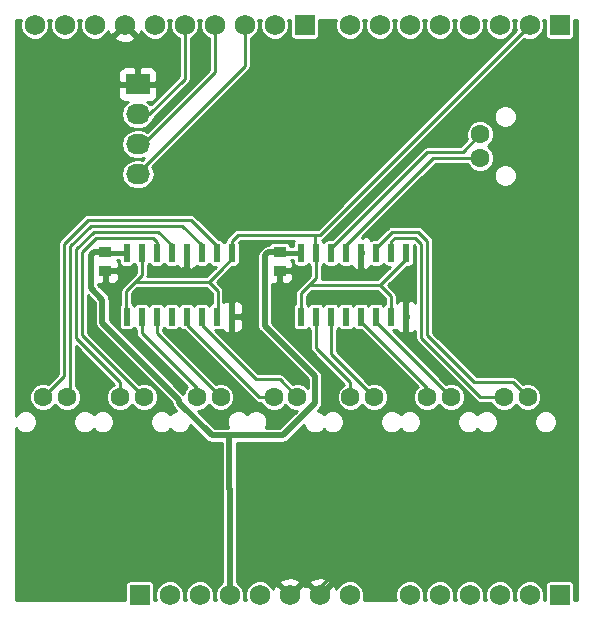
<source format=gtl>
G04 #@! TF.FileFunction,Copper,L1,Top,Signal*
%FSLAX46Y46*%
G04 Gerber Fmt 4.6, Leading zero omitted, Abs format (unit mm)*
G04 Created by KiCad (PCBNEW 0.201601071449+6428~40~ubuntu14.04.1-stable) date Tue 29 Mar 2016 02:11:02 BST*
%MOMM*%
G01*
G04 APERTURE LIST*
%ADD10C,0.100000*%
%ADD11R,0.600000X1.550000*%
%ADD12R,1.727200X1.727200*%
%ADD13C,1.727200*%
%ADD14R,2.032000X1.727200*%
%ADD15O,2.032000X1.727200*%
%ADD16C,1.600000*%
%ADD17R,1.000000X0.950000*%
%ADD18C,0.600000*%
%ADD19C,0.250000*%
%ADD20C,0.500000*%
%ADD21C,0.400000*%
%ADD22C,0.254000*%
G04 APERTURE END LIST*
D10*
D11*
X72555000Y-88200000D03*
X73825000Y-88200000D03*
X75095000Y-88200000D03*
X76365000Y-88200000D03*
X77635000Y-88200000D03*
X78905000Y-88200000D03*
X80175000Y-88200000D03*
X81445000Y-88200000D03*
X81445000Y-82800000D03*
X80175000Y-82800000D03*
X78905000Y-82800000D03*
X77635000Y-82800000D03*
X76365000Y-82800000D03*
X75095000Y-82800000D03*
X73825000Y-82800000D03*
X72555000Y-82800000D03*
X87305000Y-88200000D03*
X88575000Y-88200000D03*
X89845000Y-88200000D03*
X91115000Y-88200000D03*
X92385000Y-88200000D03*
X93655000Y-88200000D03*
X94925000Y-88200000D03*
X96195000Y-88200000D03*
X96195000Y-82800000D03*
X94925000Y-82800000D03*
X93655000Y-82800000D03*
X92385000Y-82800000D03*
X91115000Y-82800000D03*
X89845000Y-82800000D03*
X88575000Y-82800000D03*
X87305000Y-82800000D03*
D12*
X73660000Y-111760000D03*
D13*
X76200000Y-111760000D03*
X78740000Y-111760000D03*
X81280000Y-111760000D03*
X83820000Y-111760000D03*
X86360000Y-111760000D03*
X88900000Y-111760000D03*
X91440000Y-111760000D03*
D12*
X109220000Y-111760000D03*
D13*
X106680000Y-111760000D03*
X104140000Y-111760000D03*
X101600000Y-111760000D03*
X99060000Y-111760000D03*
X96520000Y-111760000D03*
D12*
X87630000Y-63500000D03*
D13*
X85090000Y-63500000D03*
X82550000Y-63500000D03*
X80010000Y-63500000D03*
X77470000Y-63500000D03*
X74930000Y-63500000D03*
X72390000Y-63500000D03*
X69850000Y-63500000D03*
X67310000Y-63500000D03*
X64770000Y-63500000D03*
D12*
X109220000Y-63500000D03*
D13*
X106680000Y-63500000D03*
X104140000Y-63500000D03*
X101600000Y-63500000D03*
X99060000Y-63500000D03*
X96520000Y-63500000D03*
X93980000Y-63500000D03*
X91440000Y-63500000D03*
D14*
X73500000Y-68500000D03*
D15*
X73500000Y-71040000D03*
X73500000Y-73580000D03*
X73500000Y-76120000D03*
D16*
X78500000Y-95000000D03*
X80500000Y-95000000D03*
X85000000Y-95000000D03*
X87000000Y-95000000D03*
X65500000Y-95000000D03*
X67500000Y-95000000D03*
X72000000Y-95000000D03*
X74000000Y-95000000D03*
X91500000Y-95000000D03*
X93500000Y-95000000D03*
X98000000Y-95000000D03*
X100000000Y-95000000D03*
X104500000Y-95000000D03*
X106500000Y-95000000D03*
X102500000Y-74750000D03*
X102500000Y-72750000D03*
D17*
X85500000Y-82700000D03*
X85500000Y-84300000D03*
X70750000Y-82700000D03*
X70750000Y-84300000D03*
D18*
X70000000Y-105000000D03*
X75000000Y-105000000D03*
X80000000Y-105000000D03*
X105000000Y-105000000D03*
X100000000Y-105000000D03*
X95000000Y-105000000D03*
X90000000Y-105000000D03*
X85000000Y-105000000D03*
X73500000Y-90500000D03*
X82500000Y-95500000D03*
X80000000Y-93000000D03*
X77500000Y-90500000D03*
X93500000Y-86500000D03*
X96000000Y-85000000D03*
X89000000Y-86500000D03*
X73500000Y-86500000D03*
X77500000Y-84250000D03*
X75500000Y-84500000D03*
X78000000Y-86500000D03*
X76000000Y-93000000D03*
X69000000Y-93000000D03*
X70500000Y-90500000D03*
X69500000Y-87500000D03*
X73000000Y-93000000D03*
X64500000Y-93000000D03*
X95000000Y-95000000D03*
X90000000Y-95000000D03*
X65000000Y-100000000D03*
X70000000Y-100000000D03*
X75000000Y-100000000D03*
X80000000Y-100000000D03*
X105000000Y-100000000D03*
X100000000Y-100000000D03*
X95000000Y-100000000D03*
X90000000Y-100000000D03*
X85000000Y-100000000D03*
X85000000Y-110000000D03*
X80000000Y-110000000D03*
X75000000Y-110000000D03*
X70000000Y-110000000D03*
X65000000Y-110000000D03*
X65000000Y-105000000D03*
X90000000Y-110000000D03*
X95000000Y-110000000D03*
X100000000Y-110000000D03*
X105000000Y-110000000D03*
X82500000Y-90000000D03*
X70000000Y-70000000D03*
X65000000Y-70000000D03*
X65000000Y-75000000D03*
X70000000Y-75000000D03*
X65000000Y-90000000D03*
X65000000Y-85000000D03*
X65000000Y-80000000D03*
X92500000Y-84250000D03*
X90000000Y-84500000D03*
X95000000Y-80000000D03*
X100000000Y-80000000D03*
X105000000Y-75000000D03*
X110000000Y-75000000D03*
X110000000Y-70000000D03*
X105000000Y-70000000D03*
X85000000Y-70000000D03*
X90000000Y-70000000D03*
X95000000Y-70000000D03*
X85000000Y-80000000D03*
X80000000Y-80000000D03*
X80000000Y-75000000D03*
X85000000Y-75000000D03*
X90000000Y-75000000D03*
X96250000Y-86750000D03*
X85500000Y-85500000D03*
X81250000Y-86750000D03*
X70750000Y-85500000D03*
X91000000Y-90000000D03*
X93000000Y-92000000D03*
X87500000Y-90000000D03*
X82500000Y-85000000D03*
X100000000Y-85000000D03*
X100000000Y-90000000D03*
X100000000Y-95000000D03*
X105000000Y-95000000D03*
D19*
X88500000Y-81250000D02*
X88500000Y-81750000D01*
X88500000Y-81750000D02*
X88500000Y-83000000D01*
X88000000Y-81250000D02*
X88500000Y-81250000D01*
X88500000Y-81250000D02*
X88930000Y-81250000D01*
X81445000Y-82800000D02*
X81445000Y-81805000D01*
X82000000Y-81250000D02*
X87500000Y-81250000D01*
X81445000Y-81805000D02*
X82000000Y-81250000D01*
X87500000Y-81250000D02*
X88000000Y-81250000D01*
X88930000Y-81250000D02*
X106680000Y-63500000D01*
X106680000Y-63500000D02*
X106680000Y-63570000D01*
X96195000Y-82800000D02*
X96195000Y-83305000D01*
X96195000Y-83305000D02*
X94000000Y-85500000D01*
X88000000Y-85500000D02*
X94000000Y-85500000D01*
X94925000Y-86425000D02*
X94925000Y-88200000D01*
X94000000Y-85500000D02*
X94925000Y-86425000D01*
X88575000Y-82800000D02*
X88575000Y-84925000D01*
X87305000Y-86195000D02*
X87305000Y-88200000D01*
X88575000Y-84925000D02*
X88000000Y-85500000D01*
X88000000Y-85500000D02*
X87305000Y-86195000D01*
X88500000Y-82750000D02*
X88575000Y-82800000D01*
X88500000Y-83000000D02*
X88575000Y-82800000D01*
X106750000Y-63500000D02*
X106680000Y-63500000D01*
X79500000Y-85250000D02*
X80500000Y-84250000D01*
X80500000Y-84250000D02*
X81500000Y-83250000D01*
X81500000Y-83250000D02*
X81500000Y-82750000D01*
X81500000Y-82750000D02*
X81445000Y-82800000D01*
X73250000Y-85250000D02*
X79500000Y-85250000D01*
X80250000Y-86000000D02*
X80250000Y-88000000D01*
X79500000Y-85250000D02*
X80250000Y-86000000D01*
X80250000Y-88000000D02*
X80175000Y-88200000D01*
X73825000Y-82800000D02*
X73825000Y-84675000D01*
X72500000Y-86000000D02*
X72500000Y-88250000D01*
X73825000Y-84675000D02*
X73250000Y-85250000D01*
X73250000Y-85250000D02*
X72500000Y-86000000D01*
X72500000Y-88250000D02*
X72555000Y-88200000D01*
X73825000Y-88200000D02*
X73825000Y-89575000D01*
X73825000Y-89575000D02*
X78500000Y-94250000D01*
X78500000Y-94250000D02*
X78500000Y-95000000D01*
X73825000Y-88200000D02*
X73825000Y-88825000D01*
X75095000Y-88200000D02*
X75095000Y-89595000D01*
X75095000Y-89595000D02*
X80500000Y-95000000D01*
D20*
X81250000Y-98250000D02*
X81250000Y-99750000D01*
X81250000Y-99750000D02*
X81250000Y-102500000D01*
X81250000Y-102500000D02*
X81250000Y-102750000D01*
X77000000Y-95500000D02*
X79750000Y-98250000D01*
X69500000Y-83000000D02*
X69500000Y-85500000D01*
X69500000Y-83000000D02*
X69750000Y-82750000D01*
X70750000Y-82750000D02*
X69750000Y-82750000D01*
X77000000Y-95250000D02*
X77000000Y-95500000D01*
X70500000Y-88750000D02*
X77000000Y-95250000D01*
X70500000Y-86750000D02*
X70500000Y-88750000D01*
X69500000Y-85750000D02*
X70500000Y-86750000D01*
X69500000Y-85500000D02*
X69500000Y-85750000D01*
X88500000Y-93250000D02*
X88500000Y-95500000D01*
X84250000Y-89000000D02*
X84250000Y-83000000D01*
X84250000Y-83000000D02*
X84500000Y-82750000D01*
X84500000Y-82750000D02*
X85500000Y-82750000D01*
X84250000Y-89000000D02*
X88500000Y-93250000D01*
X85750000Y-98250000D02*
X88500000Y-95500000D01*
X79750000Y-98250000D02*
X81250000Y-98250000D01*
X81250000Y-98250000D02*
X85750000Y-98250000D01*
D21*
X87305000Y-82800000D02*
X85550000Y-82800000D01*
X85550000Y-82800000D02*
X85500000Y-82750000D01*
X85500000Y-82750000D02*
X85500000Y-82700000D01*
D20*
X81280000Y-102750000D02*
X81250000Y-102750000D01*
X81250000Y-102750000D02*
X81250000Y-102750000D01*
X85500000Y-82750000D02*
X85500000Y-82700000D01*
D21*
X72555000Y-82800000D02*
X70800000Y-82800000D01*
X70800000Y-82800000D02*
X70750000Y-82750000D01*
X70750000Y-82750000D02*
X70750000Y-82700000D01*
D20*
X81280000Y-111760000D02*
X81280000Y-102750000D01*
X81280000Y-102750000D02*
X81280000Y-102780000D01*
X70750000Y-82750000D02*
X70750000Y-82700000D01*
D19*
X77635000Y-88200000D02*
X77635000Y-88885000D01*
X77635000Y-88885000D02*
X83750000Y-95000000D01*
X83750000Y-95000000D02*
X85000000Y-95000000D01*
X78905000Y-88200000D02*
X78905000Y-88905000D01*
X78905000Y-88905000D02*
X83500000Y-93500000D01*
X83500000Y-93500000D02*
X85500000Y-93500000D01*
X85500000Y-93500000D02*
X87000000Y-95000000D01*
X65000000Y-105000000D02*
X70000000Y-105000000D01*
X75000000Y-105000000D02*
X80000000Y-105000000D01*
X95000000Y-105000000D02*
X100000000Y-105000000D01*
X85000000Y-105000000D02*
X90000000Y-105000000D01*
D20*
X77500000Y-90500000D02*
X80000000Y-93000000D01*
X89000000Y-86500000D02*
X93500000Y-86500000D01*
X78000000Y-86500000D02*
X73500000Y-86500000D01*
D19*
X77500000Y-84250000D02*
X75750000Y-84250000D01*
X77635000Y-84115000D02*
X77500000Y-84250000D01*
X77635000Y-84115000D02*
X77635000Y-82800000D01*
X75750000Y-84250000D02*
X75500000Y-84500000D01*
D20*
X73000000Y-93000000D02*
X70500000Y-90500000D01*
D19*
X70000000Y-100000000D02*
X75000000Y-100000000D01*
X65000000Y-105000000D02*
X65000000Y-100000000D01*
D20*
X95000000Y-100000000D02*
X100000000Y-100000000D01*
X85000000Y-100000000D02*
X90000000Y-100000000D01*
D19*
X80000000Y-110000000D02*
X75000000Y-110000000D01*
X70000000Y-110000000D02*
X65000000Y-110000000D01*
X90000000Y-110000000D02*
X85000000Y-110000000D01*
X88900000Y-111760000D02*
X88900000Y-111100000D01*
X88900000Y-111100000D02*
X90000000Y-110000000D01*
X95000000Y-110000000D02*
X100000000Y-110000000D01*
X71500000Y-68500000D02*
X70000000Y-70000000D01*
X71500000Y-68500000D02*
X73500000Y-68500000D01*
X65000000Y-70000000D02*
X65000000Y-75000000D01*
X70000000Y-75000000D02*
X65000000Y-80000000D01*
X65000000Y-85000000D02*
X65000000Y-90000000D01*
X92385000Y-84135000D02*
X92500000Y-84250000D01*
X92385000Y-82800000D02*
X92385000Y-84135000D01*
X95000000Y-80000000D02*
X100000000Y-80000000D01*
X110000000Y-75000000D02*
X105000000Y-75000000D01*
X105000000Y-70000000D02*
X110000000Y-70000000D01*
X95000000Y-70000000D02*
X90000000Y-75000000D01*
X85000000Y-70000000D02*
X90000000Y-70000000D01*
X80000000Y-80000000D02*
X85000000Y-80000000D01*
X85000000Y-75000000D02*
X80000000Y-75000000D01*
X96195000Y-88200000D02*
X96195000Y-86805000D01*
X96195000Y-86805000D02*
X96250000Y-86750000D01*
D21*
X85500000Y-84300000D02*
X85500000Y-85500000D01*
D19*
X81445000Y-88200000D02*
X81445000Y-86945000D01*
X81445000Y-86945000D02*
X81250000Y-86750000D01*
D21*
X70750000Y-84300000D02*
X70750000Y-85500000D01*
D19*
X100000000Y-85000000D02*
X100000000Y-90000000D01*
X67250000Y-82000000D02*
X67250000Y-93250000D01*
X78000000Y-80000000D02*
X69250000Y-80000000D01*
X69250000Y-80000000D02*
X67250000Y-82000000D01*
X80175000Y-82175000D02*
X78000000Y-80000000D01*
X67250000Y-93250000D02*
X65500000Y-95000000D01*
X80175000Y-82800000D02*
X80175000Y-82175000D01*
X67750000Y-94750000D02*
X67750000Y-82250000D01*
X69500000Y-80500000D02*
X67750000Y-82250000D01*
X77250000Y-80500000D02*
X69500000Y-80500000D01*
X77250000Y-80500000D02*
X78905000Y-82155000D01*
X67750000Y-94750000D02*
X67500000Y-95000000D01*
X78905000Y-82800000D02*
X78905000Y-82155000D01*
X68250000Y-82500000D02*
X68250000Y-90000000D01*
X69750000Y-81000000D02*
X68250000Y-82500000D01*
X75250000Y-81000000D02*
X69750000Y-81000000D01*
X76365000Y-82115000D02*
X75250000Y-81000000D01*
X72000000Y-93750000D02*
X72000000Y-95000000D01*
X68250000Y-90000000D02*
X72000000Y-93750000D01*
X76365000Y-82800000D02*
X76365000Y-82115000D01*
X68750000Y-82750000D02*
X68750000Y-87250000D01*
X75095000Y-82800000D02*
X75095000Y-81845000D01*
X70000000Y-81500000D02*
X68750000Y-82750000D01*
X74750000Y-81500000D02*
X70000000Y-81500000D01*
X75095000Y-81845000D02*
X74750000Y-81500000D01*
X68750000Y-89750000D02*
X74000000Y-95000000D01*
X68750000Y-87250000D02*
X68750000Y-89750000D01*
X88575000Y-88200000D02*
X88575000Y-90825000D01*
X91500000Y-93750000D02*
X91500000Y-95000000D01*
X88575000Y-90825000D02*
X91500000Y-93750000D01*
X89845000Y-88200000D02*
X89845000Y-91345000D01*
X89845000Y-91345000D02*
X93500000Y-95000000D01*
X92385000Y-88200000D02*
X92385000Y-88635000D01*
X92385000Y-88635000D02*
X98000000Y-94250000D01*
X98000000Y-94250000D02*
X98000000Y-95000000D01*
X93655000Y-88200000D02*
X93655000Y-88655000D01*
X93655000Y-88655000D02*
X100000000Y-95000000D01*
X97500000Y-82000000D02*
X97500000Y-90000000D01*
X94925000Y-81825000D02*
X95250000Y-81500000D01*
X95250000Y-81500000D02*
X97000000Y-81500000D01*
X97000000Y-81500000D02*
X97500000Y-82000000D01*
X94925000Y-82800000D02*
X94925000Y-81825000D01*
X102500000Y-95000000D02*
X104500000Y-95000000D01*
X97500000Y-90000000D02*
X102500000Y-95000000D01*
X98000000Y-81750000D02*
X98000000Y-89750000D01*
X97250000Y-81000000D02*
X98000000Y-81750000D01*
X95000000Y-81000000D02*
X97250000Y-81000000D01*
X93655000Y-82345000D02*
X95000000Y-81000000D01*
X105250000Y-93750000D02*
X106500000Y-95000000D01*
X102000000Y-93750000D02*
X105250000Y-93750000D01*
X98000000Y-89750000D02*
X102000000Y-93750000D01*
X93655000Y-82800000D02*
X93655000Y-82345000D01*
X91115000Y-82800000D02*
X91115000Y-82135000D01*
X91115000Y-82135000D02*
X98500000Y-74750000D01*
X98500000Y-74750000D02*
X102500000Y-74750000D01*
X89845000Y-82800000D02*
X89845000Y-82405000D01*
X89845000Y-82405000D02*
X98000000Y-74250000D01*
X98000000Y-74250000D02*
X101000000Y-74250000D01*
X101000000Y-74250000D02*
X102500000Y-72750000D01*
X73500000Y-76120000D02*
X73500000Y-76000000D01*
X73500000Y-76000000D02*
X82550000Y-66950000D01*
X82550000Y-66950000D02*
X82550000Y-63500000D01*
X73500000Y-73580000D02*
X73920000Y-73580000D01*
X73920000Y-73580000D02*
X80010000Y-67490000D01*
X80010000Y-67490000D02*
X80010000Y-63500000D01*
X80080000Y-63580000D02*
X80000000Y-63500000D01*
X80000000Y-63500000D02*
X80010000Y-63500000D01*
X73500000Y-71040000D02*
X74460000Y-71040000D01*
X74460000Y-71040000D02*
X77470000Y-68030000D01*
X77470000Y-68030000D02*
X77470000Y-63500000D01*
D22*
G36*
X107972015Y-64363600D02*
X107998303Y-64503308D01*
X108080870Y-64631620D01*
X108206853Y-64717701D01*
X108356400Y-64747985D01*
X110083600Y-64747985D01*
X110223308Y-64721697D01*
X110351620Y-64639130D01*
X110437701Y-64513147D01*
X110467985Y-64363600D01*
X110467985Y-63052000D01*
X110648000Y-63052000D01*
X110648000Y-112148000D01*
X110467985Y-112148000D01*
X110467985Y-110896400D01*
X110441697Y-110756692D01*
X110359130Y-110628380D01*
X110233147Y-110542299D01*
X110083600Y-110512015D01*
X108356400Y-110512015D01*
X108216692Y-110538303D01*
X108088380Y-110620870D01*
X108002299Y-110746853D01*
X107972015Y-110896400D01*
X107972015Y-112148000D01*
X107862190Y-112148000D01*
X107920384Y-112007853D01*
X107920815Y-111514312D01*
X107732343Y-111058175D01*
X107383661Y-110708884D01*
X106927853Y-110519616D01*
X106434312Y-110519185D01*
X105978175Y-110707657D01*
X105628884Y-111056339D01*
X105439616Y-111512147D01*
X105439185Y-112005688D01*
X105497987Y-112148000D01*
X105322190Y-112148000D01*
X105380384Y-112007853D01*
X105380815Y-111514312D01*
X105192343Y-111058175D01*
X104843661Y-110708884D01*
X104387853Y-110519616D01*
X103894312Y-110519185D01*
X103438175Y-110707657D01*
X103088884Y-111056339D01*
X102899616Y-111512147D01*
X102899185Y-112005688D01*
X102957987Y-112148000D01*
X102782190Y-112148000D01*
X102840384Y-112007853D01*
X102840815Y-111514312D01*
X102652343Y-111058175D01*
X102303661Y-110708884D01*
X101847853Y-110519616D01*
X101354312Y-110519185D01*
X100898175Y-110707657D01*
X100548884Y-111056339D01*
X100359616Y-111512147D01*
X100359185Y-112005688D01*
X100417987Y-112148000D01*
X100242190Y-112148000D01*
X100300384Y-112007853D01*
X100300815Y-111514312D01*
X100112343Y-111058175D01*
X99763661Y-110708884D01*
X99307853Y-110519616D01*
X98814312Y-110519185D01*
X98358175Y-110707657D01*
X98008884Y-111056339D01*
X97819616Y-111512147D01*
X97819185Y-112005688D01*
X97877987Y-112148000D01*
X97702190Y-112148000D01*
X97760384Y-112007853D01*
X97760815Y-111514312D01*
X97572343Y-111058175D01*
X97223661Y-110708884D01*
X96767853Y-110519616D01*
X96274312Y-110519185D01*
X95818175Y-110707657D01*
X95468884Y-111056339D01*
X95279616Y-111512147D01*
X95279185Y-112005688D01*
X95337987Y-112148000D01*
X92622190Y-112148000D01*
X92680384Y-112007853D01*
X92680815Y-111514312D01*
X92492343Y-111058175D01*
X92143661Y-110708884D01*
X91687853Y-110519616D01*
X91194312Y-110519185D01*
X90738175Y-110707657D01*
X90388884Y-111056339D01*
X90315959Y-111231961D01*
X90206516Y-110967741D01*
X89953805Y-110885800D01*
X89079605Y-111760000D01*
X89093748Y-111774143D01*
X88914143Y-111953748D01*
X88900000Y-111939605D01*
X88885858Y-111953748D01*
X88706253Y-111774143D01*
X88720395Y-111760000D01*
X87846195Y-110885800D01*
X87630000Y-110955901D01*
X87413805Y-110885800D01*
X86539605Y-111760000D01*
X86553748Y-111774143D01*
X86374143Y-111953748D01*
X86360000Y-111939605D01*
X86345858Y-111953748D01*
X86166253Y-111774143D01*
X86180395Y-111760000D01*
X85306195Y-110885800D01*
X85053484Y-110967741D01*
X84951202Y-111249029D01*
X84872343Y-111058175D01*
X84523661Y-110708884D01*
X84517186Y-110706195D01*
X85485800Y-110706195D01*
X86360000Y-111580395D01*
X87234200Y-110706195D01*
X88025800Y-110706195D01*
X88900000Y-111580395D01*
X89774200Y-110706195D01*
X89692259Y-110453484D01*
X89131970Y-110249752D01*
X88536365Y-110275942D01*
X88107741Y-110453484D01*
X88025800Y-110706195D01*
X87234200Y-110706195D01*
X87152259Y-110453484D01*
X86591970Y-110249752D01*
X85996365Y-110275942D01*
X85567741Y-110453484D01*
X85485800Y-110706195D01*
X84517186Y-110706195D01*
X84067853Y-110519616D01*
X83574312Y-110519185D01*
X83118175Y-110707657D01*
X82768884Y-111056339D01*
X82579616Y-111512147D01*
X82579185Y-112005688D01*
X82637987Y-112148000D01*
X82462190Y-112148000D01*
X82520384Y-112007853D01*
X82520815Y-111514312D01*
X82332343Y-111058175D01*
X81983661Y-110708884D01*
X81907000Y-110677052D01*
X81907000Y-102750000D01*
X81877000Y-102599181D01*
X81877000Y-98877000D01*
X85750000Y-98877000D01*
X85989943Y-98829272D01*
X86193356Y-98693356D01*
X87543413Y-97343299D01*
X87671256Y-97652703D01*
X87945851Y-97927778D01*
X88304810Y-98076830D01*
X88693485Y-98077170D01*
X89052703Y-97928744D01*
X89250103Y-97731688D01*
X89445851Y-97927778D01*
X89804810Y-98076830D01*
X90193485Y-98077170D01*
X90552703Y-97928744D01*
X90827778Y-97654149D01*
X90976830Y-97295190D01*
X90976831Y-97293485D01*
X94022830Y-97293485D01*
X94171256Y-97652703D01*
X94445851Y-97927778D01*
X94804810Y-98076830D01*
X95193485Y-98077170D01*
X95552703Y-97928744D01*
X95750103Y-97731688D01*
X95945851Y-97927778D01*
X96304810Y-98076830D01*
X96693485Y-98077170D01*
X97052703Y-97928744D01*
X97327778Y-97654149D01*
X97476830Y-97295190D01*
X97476831Y-97293485D01*
X100522830Y-97293485D01*
X100671256Y-97652703D01*
X100945851Y-97927778D01*
X101304810Y-98076830D01*
X101693485Y-98077170D01*
X102052703Y-97928744D01*
X102250103Y-97731688D01*
X102445851Y-97927778D01*
X102804810Y-98076830D01*
X103193485Y-98077170D01*
X103552703Y-97928744D01*
X103827778Y-97654149D01*
X103976830Y-97295190D01*
X103976831Y-97293485D01*
X107022830Y-97293485D01*
X107171256Y-97652703D01*
X107445851Y-97927778D01*
X107804810Y-98076830D01*
X108193485Y-98077170D01*
X108552703Y-97928744D01*
X108827778Y-97654149D01*
X108976830Y-97295190D01*
X108977170Y-96906515D01*
X108828744Y-96547297D01*
X108554149Y-96272222D01*
X108195190Y-96123170D01*
X107806515Y-96122830D01*
X107447297Y-96271256D01*
X107172222Y-96545851D01*
X107023170Y-96904810D01*
X107022830Y-97293485D01*
X103976831Y-97293485D01*
X103977170Y-96906515D01*
X103828744Y-96547297D01*
X103554149Y-96272222D01*
X103195190Y-96123170D01*
X102806515Y-96122830D01*
X102447297Y-96271256D01*
X102249897Y-96468312D01*
X102054149Y-96272222D01*
X101695190Y-96123170D01*
X101306515Y-96122830D01*
X100947297Y-96271256D01*
X100672222Y-96545851D01*
X100523170Y-96904810D01*
X100522830Y-97293485D01*
X97476831Y-97293485D01*
X97477170Y-96906515D01*
X97328744Y-96547297D01*
X97054149Y-96272222D01*
X96695190Y-96123170D01*
X96306515Y-96122830D01*
X95947297Y-96271256D01*
X95749897Y-96468312D01*
X95554149Y-96272222D01*
X95195190Y-96123170D01*
X94806515Y-96122830D01*
X94447297Y-96271256D01*
X94172222Y-96545851D01*
X94023170Y-96904810D01*
X94022830Y-97293485D01*
X90976831Y-97293485D01*
X90977170Y-96906515D01*
X90828744Y-96547297D01*
X90554149Y-96272222D01*
X90195190Y-96123170D01*
X89806515Y-96122830D01*
X89447297Y-96271256D01*
X89249897Y-96468312D01*
X89054149Y-96272222D01*
X88743487Y-96143225D01*
X88943356Y-95943356D01*
X89079272Y-95739943D01*
X89127000Y-95500000D01*
X89127000Y-93250000D01*
X89126602Y-93247999D01*
X89079273Y-93010058D01*
X88943356Y-92806644D01*
X84877000Y-88740288D01*
X84877000Y-85410000D01*
X85214250Y-85410000D01*
X85373000Y-85251250D01*
X85373000Y-84427000D01*
X85627000Y-84427000D01*
X85627000Y-85251250D01*
X85785750Y-85410000D01*
X86126310Y-85410000D01*
X86359699Y-85313327D01*
X86538327Y-85134698D01*
X86635000Y-84901309D01*
X86635000Y-84585750D01*
X86476250Y-84427000D01*
X85627000Y-84427000D01*
X85373000Y-84427000D01*
X85353000Y-84427000D01*
X85353000Y-84173000D01*
X85373000Y-84173000D01*
X85373000Y-84153000D01*
X85627000Y-84153000D01*
X85627000Y-84173000D01*
X86476250Y-84173000D01*
X86635000Y-84014250D01*
X86635000Y-83698691D01*
X86538327Y-83465302D01*
X86450025Y-83377000D01*
X86620615Y-83377000D01*
X86620615Y-83575000D01*
X86646903Y-83714708D01*
X86729470Y-83843020D01*
X86855453Y-83929101D01*
X87005000Y-83959385D01*
X87605000Y-83959385D01*
X87744708Y-83933097D01*
X87873020Y-83850530D01*
X87940630Y-83751580D01*
X87999470Y-83843020D01*
X88073000Y-83893261D01*
X88073000Y-84717065D01*
X87645032Y-85145032D01*
X87645030Y-85145035D01*
X86950032Y-85840032D01*
X86841212Y-86002893D01*
X86802999Y-86195000D01*
X86803000Y-86195005D01*
X86803000Y-87106987D01*
X86736980Y-87149470D01*
X86650899Y-87275453D01*
X86620615Y-87425000D01*
X86620615Y-88975000D01*
X86646903Y-89114708D01*
X86729470Y-89243020D01*
X86855453Y-89329101D01*
X87005000Y-89359385D01*
X87605000Y-89359385D01*
X87744708Y-89333097D01*
X87873020Y-89250530D01*
X87940630Y-89151580D01*
X87999470Y-89243020D01*
X88073000Y-89293261D01*
X88073000Y-90824995D01*
X88072999Y-90825000D01*
X88111212Y-91017107D01*
X88220032Y-91179968D01*
X90980997Y-93940932D01*
X90834154Y-94001606D01*
X90502770Y-94332412D01*
X90323205Y-94764853D01*
X90322796Y-95233093D01*
X90501606Y-95665846D01*
X90832412Y-95997230D01*
X91264853Y-96176795D01*
X91733093Y-96177204D01*
X92165846Y-95998394D01*
X92497230Y-95667588D01*
X92499784Y-95661437D01*
X92501606Y-95665846D01*
X92832412Y-95997230D01*
X93264853Y-96176795D01*
X93733093Y-96177204D01*
X94165846Y-95998394D01*
X94497230Y-95667588D01*
X94676795Y-95235147D01*
X94677204Y-94766907D01*
X94498394Y-94334154D01*
X94167588Y-94002770D01*
X93735147Y-93823205D01*
X93266907Y-93822796D01*
X93101200Y-93891265D01*
X90347000Y-91137064D01*
X90347000Y-89293013D01*
X90413020Y-89250530D01*
X90480630Y-89151580D01*
X90539470Y-89243020D01*
X90665453Y-89329101D01*
X90815000Y-89359385D01*
X91415000Y-89359385D01*
X91554708Y-89333097D01*
X91683020Y-89250530D01*
X91750630Y-89151580D01*
X91809470Y-89243020D01*
X91935453Y-89329101D01*
X92085000Y-89359385D01*
X92399449Y-89359385D01*
X97187785Y-94147720D01*
X97002770Y-94332412D01*
X96823205Y-94764853D01*
X96822796Y-95233093D01*
X97001606Y-95665846D01*
X97332412Y-95997230D01*
X97764853Y-96176795D01*
X98233093Y-96177204D01*
X98665846Y-95998394D01*
X98997230Y-95667588D01*
X98999784Y-95661437D01*
X99001606Y-95665846D01*
X99332412Y-95997230D01*
X99764853Y-96176795D01*
X100233093Y-96177204D01*
X100665846Y-95998394D01*
X100997230Y-95667588D01*
X101176795Y-95235147D01*
X101177204Y-94766907D01*
X100998394Y-94334154D01*
X100667588Y-94002770D01*
X100235147Y-93823205D01*
X99766907Y-93822796D01*
X99601201Y-93891265D01*
X95069321Y-89359385D01*
X95225000Y-89359385D01*
X95356639Y-89334615D01*
X95356673Y-89334698D01*
X95535301Y-89513327D01*
X95768690Y-89610000D01*
X95909250Y-89610000D01*
X96068000Y-89451250D01*
X96068000Y-88327000D01*
X96048000Y-88327000D01*
X96048000Y-88073000D01*
X96068000Y-88073000D01*
X96068000Y-86948750D01*
X95909250Y-86790000D01*
X95768690Y-86790000D01*
X95535301Y-86886673D01*
X95427000Y-86994975D01*
X95427000Y-86425005D01*
X95427001Y-86425000D01*
X95388788Y-86232893D01*
X95347251Y-86170728D01*
X95279968Y-86070032D01*
X95279965Y-86070030D01*
X94709936Y-85500000D01*
X96250550Y-83959385D01*
X96495000Y-83959385D01*
X96634708Y-83933097D01*
X96763020Y-83850530D01*
X96849101Y-83724547D01*
X96879385Y-83575000D01*
X96879385Y-82089321D01*
X96998000Y-82207935D01*
X96998000Y-87029975D01*
X96854699Y-86886673D01*
X96621310Y-86790000D01*
X96480750Y-86790000D01*
X96322000Y-86948750D01*
X96322000Y-88073000D01*
X96342000Y-88073000D01*
X96342000Y-88327000D01*
X96322000Y-88327000D01*
X96322000Y-89451250D01*
X96480750Y-89610000D01*
X96621310Y-89610000D01*
X96854699Y-89513327D01*
X96998000Y-89370025D01*
X96998000Y-89999995D01*
X96997999Y-90000000D01*
X97036212Y-90192107D01*
X97145032Y-90354968D01*
X102145030Y-95354965D01*
X102145032Y-95354968D01*
X102188467Y-95383990D01*
X102307893Y-95463788D01*
X102500000Y-95502001D01*
X102500005Y-95502000D01*
X103433906Y-95502000D01*
X103501606Y-95665846D01*
X103832412Y-95997230D01*
X104264853Y-96176795D01*
X104733093Y-96177204D01*
X105165846Y-95998394D01*
X105497230Y-95667588D01*
X105499784Y-95661437D01*
X105501606Y-95665846D01*
X105832412Y-95997230D01*
X106264853Y-96176795D01*
X106733093Y-96177204D01*
X107165846Y-95998394D01*
X107497230Y-95667588D01*
X107676795Y-95235147D01*
X107677204Y-94766907D01*
X107498394Y-94334154D01*
X107167588Y-94002770D01*
X106735147Y-93823205D01*
X106266907Y-93822796D01*
X106101201Y-93891265D01*
X105604968Y-93395032D01*
X105442107Y-93286212D01*
X105250000Y-93247999D01*
X105249995Y-93248000D01*
X102207935Y-93248000D01*
X98502000Y-89542064D01*
X98502000Y-81750000D01*
X98490485Y-81692107D01*
X98463788Y-81557892D01*
X98400909Y-81463788D01*
X98354968Y-81395032D01*
X98354965Y-81395030D01*
X97604968Y-80645032D01*
X97442107Y-80536212D01*
X97250000Y-80497999D01*
X97249995Y-80498000D01*
X95000000Y-80498000D01*
X94807892Y-80536212D01*
X94742660Y-80579800D01*
X94645032Y-80645032D01*
X94645030Y-80645035D01*
X93649449Y-81640615D01*
X93355000Y-81640615D01*
X93223361Y-81665385D01*
X93223327Y-81665302D01*
X93044699Y-81486673D01*
X92811310Y-81390000D01*
X92670750Y-81390000D01*
X92512002Y-81548748D01*
X92512002Y-81447934D01*
X97516450Y-76443485D01*
X103622830Y-76443485D01*
X103771256Y-76802703D01*
X104045851Y-77077778D01*
X104404810Y-77226830D01*
X104793485Y-77227170D01*
X105152703Y-77078744D01*
X105427778Y-76804149D01*
X105576830Y-76445190D01*
X105577170Y-76056515D01*
X105428744Y-75697297D01*
X105154149Y-75422222D01*
X104795190Y-75273170D01*
X104406515Y-75272830D01*
X104047297Y-75421256D01*
X103772222Y-75695851D01*
X103623170Y-76054810D01*
X103622830Y-76443485D01*
X97516450Y-76443485D01*
X98707935Y-75252000D01*
X101433906Y-75252000D01*
X101501606Y-75415846D01*
X101832412Y-75747230D01*
X102264853Y-75926795D01*
X102733093Y-75927204D01*
X103165846Y-75748394D01*
X103497230Y-75417588D01*
X103676795Y-74985147D01*
X103677204Y-74516907D01*
X103498394Y-74084154D01*
X103167588Y-73752770D01*
X103161437Y-73750216D01*
X103165846Y-73748394D01*
X103497230Y-73417588D01*
X103676795Y-72985147D01*
X103677204Y-72516907D01*
X103498394Y-72084154D01*
X103167588Y-71752770D01*
X102735147Y-71573205D01*
X102266907Y-71572796D01*
X101834154Y-71751606D01*
X101502770Y-72082412D01*
X101323205Y-72514853D01*
X101322796Y-72983093D01*
X101391265Y-73148800D01*
X100792064Y-73748000D01*
X98000005Y-73748000D01*
X98000000Y-73747999D01*
X97807893Y-73786212D01*
X97645032Y-73895032D01*
X97645030Y-73895035D01*
X89899449Y-81640615D01*
X89545000Y-81640615D01*
X89405292Y-81666903D01*
X89276980Y-81749470D01*
X89209370Y-81848420D01*
X89150530Y-81756980D01*
X89095161Y-81719148D01*
X89122107Y-81713788D01*
X89284968Y-81604968D01*
X99446450Y-71443485D01*
X103622830Y-71443485D01*
X103771256Y-71802703D01*
X104045851Y-72077778D01*
X104404810Y-72226830D01*
X104793485Y-72227170D01*
X105152703Y-72078744D01*
X105427778Y-71804149D01*
X105576830Y-71445190D01*
X105577170Y-71056515D01*
X105428744Y-70697297D01*
X105154149Y-70422222D01*
X104795190Y-70273170D01*
X104406515Y-70272830D01*
X104047297Y-70421256D01*
X103772222Y-70695851D01*
X103623170Y-71054810D01*
X103622830Y-71443485D01*
X99446450Y-71443485D01*
X106232466Y-64657469D01*
X106432147Y-64740384D01*
X106925688Y-64740815D01*
X107381825Y-64552343D01*
X107731116Y-64203661D01*
X107920384Y-63747853D01*
X107920815Y-63254312D01*
X107837221Y-63052000D01*
X107972015Y-63052000D01*
X107972015Y-64363600D01*
X107972015Y-64363600D01*
G37*
X107972015Y-64363600D02*
X107998303Y-64503308D01*
X108080870Y-64631620D01*
X108206853Y-64717701D01*
X108356400Y-64747985D01*
X110083600Y-64747985D01*
X110223308Y-64721697D01*
X110351620Y-64639130D01*
X110437701Y-64513147D01*
X110467985Y-64363600D01*
X110467985Y-63052000D01*
X110648000Y-63052000D01*
X110648000Y-112148000D01*
X110467985Y-112148000D01*
X110467985Y-110896400D01*
X110441697Y-110756692D01*
X110359130Y-110628380D01*
X110233147Y-110542299D01*
X110083600Y-110512015D01*
X108356400Y-110512015D01*
X108216692Y-110538303D01*
X108088380Y-110620870D01*
X108002299Y-110746853D01*
X107972015Y-110896400D01*
X107972015Y-112148000D01*
X107862190Y-112148000D01*
X107920384Y-112007853D01*
X107920815Y-111514312D01*
X107732343Y-111058175D01*
X107383661Y-110708884D01*
X106927853Y-110519616D01*
X106434312Y-110519185D01*
X105978175Y-110707657D01*
X105628884Y-111056339D01*
X105439616Y-111512147D01*
X105439185Y-112005688D01*
X105497987Y-112148000D01*
X105322190Y-112148000D01*
X105380384Y-112007853D01*
X105380815Y-111514312D01*
X105192343Y-111058175D01*
X104843661Y-110708884D01*
X104387853Y-110519616D01*
X103894312Y-110519185D01*
X103438175Y-110707657D01*
X103088884Y-111056339D01*
X102899616Y-111512147D01*
X102899185Y-112005688D01*
X102957987Y-112148000D01*
X102782190Y-112148000D01*
X102840384Y-112007853D01*
X102840815Y-111514312D01*
X102652343Y-111058175D01*
X102303661Y-110708884D01*
X101847853Y-110519616D01*
X101354312Y-110519185D01*
X100898175Y-110707657D01*
X100548884Y-111056339D01*
X100359616Y-111512147D01*
X100359185Y-112005688D01*
X100417987Y-112148000D01*
X100242190Y-112148000D01*
X100300384Y-112007853D01*
X100300815Y-111514312D01*
X100112343Y-111058175D01*
X99763661Y-110708884D01*
X99307853Y-110519616D01*
X98814312Y-110519185D01*
X98358175Y-110707657D01*
X98008884Y-111056339D01*
X97819616Y-111512147D01*
X97819185Y-112005688D01*
X97877987Y-112148000D01*
X97702190Y-112148000D01*
X97760384Y-112007853D01*
X97760815Y-111514312D01*
X97572343Y-111058175D01*
X97223661Y-110708884D01*
X96767853Y-110519616D01*
X96274312Y-110519185D01*
X95818175Y-110707657D01*
X95468884Y-111056339D01*
X95279616Y-111512147D01*
X95279185Y-112005688D01*
X95337987Y-112148000D01*
X92622190Y-112148000D01*
X92680384Y-112007853D01*
X92680815Y-111514312D01*
X92492343Y-111058175D01*
X92143661Y-110708884D01*
X91687853Y-110519616D01*
X91194312Y-110519185D01*
X90738175Y-110707657D01*
X90388884Y-111056339D01*
X90315959Y-111231961D01*
X90206516Y-110967741D01*
X89953805Y-110885800D01*
X89079605Y-111760000D01*
X89093748Y-111774143D01*
X88914143Y-111953748D01*
X88900000Y-111939605D01*
X88885858Y-111953748D01*
X88706253Y-111774143D01*
X88720395Y-111760000D01*
X87846195Y-110885800D01*
X87630000Y-110955901D01*
X87413805Y-110885800D01*
X86539605Y-111760000D01*
X86553748Y-111774143D01*
X86374143Y-111953748D01*
X86360000Y-111939605D01*
X86345858Y-111953748D01*
X86166253Y-111774143D01*
X86180395Y-111760000D01*
X85306195Y-110885800D01*
X85053484Y-110967741D01*
X84951202Y-111249029D01*
X84872343Y-111058175D01*
X84523661Y-110708884D01*
X84517186Y-110706195D01*
X85485800Y-110706195D01*
X86360000Y-111580395D01*
X87234200Y-110706195D01*
X88025800Y-110706195D01*
X88900000Y-111580395D01*
X89774200Y-110706195D01*
X89692259Y-110453484D01*
X89131970Y-110249752D01*
X88536365Y-110275942D01*
X88107741Y-110453484D01*
X88025800Y-110706195D01*
X87234200Y-110706195D01*
X87152259Y-110453484D01*
X86591970Y-110249752D01*
X85996365Y-110275942D01*
X85567741Y-110453484D01*
X85485800Y-110706195D01*
X84517186Y-110706195D01*
X84067853Y-110519616D01*
X83574312Y-110519185D01*
X83118175Y-110707657D01*
X82768884Y-111056339D01*
X82579616Y-111512147D01*
X82579185Y-112005688D01*
X82637987Y-112148000D01*
X82462190Y-112148000D01*
X82520384Y-112007853D01*
X82520815Y-111514312D01*
X82332343Y-111058175D01*
X81983661Y-110708884D01*
X81907000Y-110677052D01*
X81907000Y-102750000D01*
X81877000Y-102599181D01*
X81877000Y-98877000D01*
X85750000Y-98877000D01*
X85989943Y-98829272D01*
X86193356Y-98693356D01*
X87543413Y-97343299D01*
X87671256Y-97652703D01*
X87945851Y-97927778D01*
X88304810Y-98076830D01*
X88693485Y-98077170D01*
X89052703Y-97928744D01*
X89250103Y-97731688D01*
X89445851Y-97927778D01*
X89804810Y-98076830D01*
X90193485Y-98077170D01*
X90552703Y-97928744D01*
X90827778Y-97654149D01*
X90976830Y-97295190D01*
X90976831Y-97293485D01*
X94022830Y-97293485D01*
X94171256Y-97652703D01*
X94445851Y-97927778D01*
X94804810Y-98076830D01*
X95193485Y-98077170D01*
X95552703Y-97928744D01*
X95750103Y-97731688D01*
X95945851Y-97927778D01*
X96304810Y-98076830D01*
X96693485Y-98077170D01*
X97052703Y-97928744D01*
X97327778Y-97654149D01*
X97476830Y-97295190D01*
X97476831Y-97293485D01*
X100522830Y-97293485D01*
X100671256Y-97652703D01*
X100945851Y-97927778D01*
X101304810Y-98076830D01*
X101693485Y-98077170D01*
X102052703Y-97928744D01*
X102250103Y-97731688D01*
X102445851Y-97927778D01*
X102804810Y-98076830D01*
X103193485Y-98077170D01*
X103552703Y-97928744D01*
X103827778Y-97654149D01*
X103976830Y-97295190D01*
X103976831Y-97293485D01*
X107022830Y-97293485D01*
X107171256Y-97652703D01*
X107445851Y-97927778D01*
X107804810Y-98076830D01*
X108193485Y-98077170D01*
X108552703Y-97928744D01*
X108827778Y-97654149D01*
X108976830Y-97295190D01*
X108977170Y-96906515D01*
X108828744Y-96547297D01*
X108554149Y-96272222D01*
X108195190Y-96123170D01*
X107806515Y-96122830D01*
X107447297Y-96271256D01*
X107172222Y-96545851D01*
X107023170Y-96904810D01*
X107022830Y-97293485D01*
X103976831Y-97293485D01*
X103977170Y-96906515D01*
X103828744Y-96547297D01*
X103554149Y-96272222D01*
X103195190Y-96123170D01*
X102806515Y-96122830D01*
X102447297Y-96271256D01*
X102249897Y-96468312D01*
X102054149Y-96272222D01*
X101695190Y-96123170D01*
X101306515Y-96122830D01*
X100947297Y-96271256D01*
X100672222Y-96545851D01*
X100523170Y-96904810D01*
X100522830Y-97293485D01*
X97476831Y-97293485D01*
X97477170Y-96906515D01*
X97328744Y-96547297D01*
X97054149Y-96272222D01*
X96695190Y-96123170D01*
X96306515Y-96122830D01*
X95947297Y-96271256D01*
X95749897Y-96468312D01*
X95554149Y-96272222D01*
X95195190Y-96123170D01*
X94806515Y-96122830D01*
X94447297Y-96271256D01*
X94172222Y-96545851D01*
X94023170Y-96904810D01*
X94022830Y-97293485D01*
X90976831Y-97293485D01*
X90977170Y-96906515D01*
X90828744Y-96547297D01*
X90554149Y-96272222D01*
X90195190Y-96123170D01*
X89806515Y-96122830D01*
X89447297Y-96271256D01*
X89249897Y-96468312D01*
X89054149Y-96272222D01*
X88743487Y-96143225D01*
X88943356Y-95943356D01*
X89079272Y-95739943D01*
X89127000Y-95500000D01*
X89127000Y-93250000D01*
X89126602Y-93247999D01*
X89079273Y-93010058D01*
X88943356Y-92806644D01*
X84877000Y-88740288D01*
X84877000Y-85410000D01*
X85214250Y-85410000D01*
X85373000Y-85251250D01*
X85373000Y-84427000D01*
X85627000Y-84427000D01*
X85627000Y-85251250D01*
X85785750Y-85410000D01*
X86126310Y-85410000D01*
X86359699Y-85313327D01*
X86538327Y-85134698D01*
X86635000Y-84901309D01*
X86635000Y-84585750D01*
X86476250Y-84427000D01*
X85627000Y-84427000D01*
X85373000Y-84427000D01*
X85353000Y-84427000D01*
X85353000Y-84173000D01*
X85373000Y-84173000D01*
X85373000Y-84153000D01*
X85627000Y-84153000D01*
X85627000Y-84173000D01*
X86476250Y-84173000D01*
X86635000Y-84014250D01*
X86635000Y-83698691D01*
X86538327Y-83465302D01*
X86450025Y-83377000D01*
X86620615Y-83377000D01*
X86620615Y-83575000D01*
X86646903Y-83714708D01*
X86729470Y-83843020D01*
X86855453Y-83929101D01*
X87005000Y-83959385D01*
X87605000Y-83959385D01*
X87744708Y-83933097D01*
X87873020Y-83850530D01*
X87940630Y-83751580D01*
X87999470Y-83843020D01*
X88073000Y-83893261D01*
X88073000Y-84717065D01*
X87645032Y-85145032D01*
X87645030Y-85145035D01*
X86950032Y-85840032D01*
X86841212Y-86002893D01*
X86802999Y-86195000D01*
X86803000Y-86195005D01*
X86803000Y-87106987D01*
X86736980Y-87149470D01*
X86650899Y-87275453D01*
X86620615Y-87425000D01*
X86620615Y-88975000D01*
X86646903Y-89114708D01*
X86729470Y-89243020D01*
X86855453Y-89329101D01*
X87005000Y-89359385D01*
X87605000Y-89359385D01*
X87744708Y-89333097D01*
X87873020Y-89250530D01*
X87940630Y-89151580D01*
X87999470Y-89243020D01*
X88073000Y-89293261D01*
X88073000Y-90824995D01*
X88072999Y-90825000D01*
X88111212Y-91017107D01*
X88220032Y-91179968D01*
X90980997Y-93940932D01*
X90834154Y-94001606D01*
X90502770Y-94332412D01*
X90323205Y-94764853D01*
X90322796Y-95233093D01*
X90501606Y-95665846D01*
X90832412Y-95997230D01*
X91264853Y-96176795D01*
X91733093Y-96177204D01*
X92165846Y-95998394D01*
X92497230Y-95667588D01*
X92499784Y-95661437D01*
X92501606Y-95665846D01*
X92832412Y-95997230D01*
X93264853Y-96176795D01*
X93733093Y-96177204D01*
X94165846Y-95998394D01*
X94497230Y-95667588D01*
X94676795Y-95235147D01*
X94677204Y-94766907D01*
X94498394Y-94334154D01*
X94167588Y-94002770D01*
X93735147Y-93823205D01*
X93266907Y-93822796D01*
X93101200Y-93891265D01*
X90347000Y-91137064D01*
X90347000Y-89293013D01*
X90413020Y-89250530D01*
X90480630Y-89151580D01*
X90539470Y-89243020D01*
X90665453Y-89329101D01*
X90815000Y-89359385D01*
X91415000Y-89359385D01*
X91554708Y-89333097D01*
X91683020Y-89250530D01*
X91750630Y-89151580D01*
X91809470Y-89243020D01*
X91935453Y-89329101D01*
X92085000Y-89359385D01*
X92399449Y-89359385D01*
X97187785Y-94147720D01*
X97002770Y-94332412D01*
X96823205Y-94764853D01*
X96822796Y-95233093D01*
X97001606Y-95665846D01*
X97332412Y-95997230D01*
X97764853Y-96176795D01*
X98233093Y-96177204D01*
X98665846Y-95998394D01*
X98997230Y-95667588D01*
X98999784Y-95661437D01*
X99001606Y-95665846D01*
X99332412Y-95997230D01*
X99764853Y-96176795D01*
X100233093Y-96177204D01*
X100665846Y-95998394D01*
X100997230Y-95667588D01*
X101176795Y-95235147D01*
X101177204Y-94766907D01*
X100998394Y-94334154D01*
X100667588Y-94002770D01*
X100235147Y-93823205D01*
X99766907Y-93822796D01*
X99601201Y-93891265D01*
X95069321Y-89359385D01*
X95225000Y-89359385D01*
X95356639Y-89334615D01*
X95356673Y-89334698D01*
X95535301Y-89513327D01*
X95768690Y-89610000D01*
X95909250Y-89610000D01*
X96068000Y-89451250D01*
X96068000Y-88327000D01*
X96048000Y-88327000D01*
X96048000Y-88073000D01*
X96068000Y-88073000D01*
X96068000Y-86948750D01*
X95909250Y-86790000D01*
X95768690Y-86790000D01*
X95535301Y-86886673D01*
X95427000Y-86994975D01*
X95427000Y-86425005D01*
X95427001Y-86425000D01*
X95388788Y-86232893D01*
X95347251Y-86170728D01*
X95279968Y-86070032D01*
X95279965Y-86070030D01*
X94709936Y-85500000D01*
X96250550Y-83959385D01*
X96495000Y-83959385D01*
X96634708Y-83933097D01*
X96763020Y-83850530D01*
X96849101Y-83724547D01*
X96879385Y-83575000D01*
X96879385Y-82089321D01*
X96998000Y-82207935D01*
X96998000Y-87029975D01*
X96854699Y-86886673D01*
X96621310Y-86790000D01*
X96480750Y-86790000D01*
X96322000Y-86948750D01*
X96322000Y-88073000D01*
X96342000Y-88073000D01*
X96342000Y-88327000D01*
X96322000Y-88327000D01*
X96322000Y-89451250D01*
X96480750Y-89610000D01*
X96621310Y-89610000D01*
X96854699Y-89513327D01*
X96998000Y-89370025D01*
X96998000Y-89999995D01*
X96997999Y-90000000D01*
X97036212Y-90192107D01*
X97145032Y-90354968D01*
X102145030Y-95354965D01*
X102145032Y-95354968D01*
X102188467Y-95383990D01*
X102307893Y-95463788D01*
X102500000Y-95502001D01*
X102500005Y-95502000D01*
X103433906Y-95502000D01*
X103501606Y-95665846D01*
X103832412Y-95997230D01*
X104264853Y-96176795D01*
X104733093Y-96177204D01*
X105165846Y-95998394D01*
X105497230Y-95667588D01*
X105499784Y-95661437D01*
X105501606Y-95665846D01*
X105832412Y-95997230D01*
X106264853Y-96176795D01*
X106733093Y-96177204D01*
X107165846Y-95998394D01*
X107497230Y-95667588D01*
X107676795Y-95235147D01*
X107677204Y-94766907D01*
X107498394Y-94334154D01*
X107167588Y-94002770D01*
X106735147Y-93823205D01*
X106266907Y-93822796D01*
X106101201Y-93891265D01*
X105604968Y-93395032D01*
X105442107Y-93286212D01*
X105250000Y-93247999D01*
X105249995Y-93248000D01*
X102207935Y-93248000D01*
X98502000Y-89542064D01*
X98502000Y-81750000D01*
X98490485Y-81692107D01*
X98463788Y-81557892D01*
X98400909Y-81463788D01*
X98354968Y-81395032D01*
X98354965Y-81395030D01*
X97604968Y-80645032D01*
X97442107Y-80536212D01*
X97250000Y-80497999D01*
X97249995Y-80498000D01*
X95000000Y-80498000D01*
X94807892Y-80536212D01*
X94742660Y-80579800D01*
X94645032Y-80645032D01*
X94645030Y-80645035D01*
X93649449Y-81640615D01*
X93355000Y-81640615D01*
X93223361Y-81665385D01*
X93223327Y-81665302D01*
X93044699Y-81486673D01*
X92811310Y-81390000D01*
X92670750Y-81390000D01*
X92512002Y-81548748D01*
X92512002Y-81447934D01*
X97516450Y-76443485D01*
X103622830Y-76443485D01*
X103771256Y-76802703D01*
X104045851Y-77077778D01*
X104404810Y-77226830D01*
X104793485Y-77227170D01*
X105152703Y-77078744D01*
X105427778Y-76804149D01*
X105576830Y-76445190D01*
X105577170Y-76056515D01*
X105428744Y-75697297D01*
X105154149Y-75422222D01*
X104795190Y-75273170D01*
X104406515Y-75272830D01*
X104047297Y-75421256D01*
X103772222Y-75695851D01*
X103623170Y-76054810D01*
X103622830Y-76443485D01*
X97516450Y-76443485D01*
X98707935Y-75252000D01*
X101433906Y-75252000D01*
X101501606Y-75415846D01*
X101832412Y-75747230D01*
X102264853Y-75926795D01*
X102733093Y-75927204D01*
X103165846Y-75748394D01*
X103497230Y-75417588D01*
X103676795Y-74985147D01*
X103677204Y-74516907D01*
X103498394Y-74084154D01*
X103167588Y-73752770D01*
X103161437Y-73750216D01*
X103165846Y-73748394D01*
X103497230Y-73417588D01*
X103676795Y-72985147D01*
X103677204Y-72516907D01*
X103498394Y-72084154D01*
X103167588Y-71752770D01*
X102735147Y-71573205D01*
X102266907Y-71572796D01*
X101834154Y-71751606D01*
X101502770Y-72082412D01*
X101323205Y-72514853D01*
X101322796Y-72983093D01*
X101391265Y-73148800D01*
X100792064Y-73748000D01*
X98000005Y-73748000D01*
X98000000Y-73747999D01*
X97807893Y-73786212D01*
X97645032Y-73895032D01*
X97645030Y-73895035D01*
X89899449Y-81640615D01*
X89545000Y-81640615D01*
X89405292Y-81666903D01*
X89276980Y-81749470D01*
X89209370Y-81848420D01*
X89150530Y-81756980D01*
X89095161Y-81719148D01*
X89122107Y-81713788D01*
X89284968Y-81604968D01*
X99446450Y-71443485D01*
X103622830Y-71443485D01*
X103771256Y-71802703D01*
X104045851Y-72077778D01*
X104404810Y-72226830D01*
X104793485Y-72227170D01*
X105152703Y-72078744D01*
X105427778Y-71804149D01*
X105576830Y-71445190D01*
X105577170Y-71056515D01*
X105428744Y-70697297D01*
X105154149Y-70422222D01*
X104795190Y-70273170D01*
X104406515Y-70272830D01*
X104047297Y-70421256D01*
X103772222Y-70695851D01*
X103623170Y-71054810D01*
X103622830Y-71443485D01*
X99446450Y-71443485D01*
X106232466Y-64657469D01*
X106432147Y-64740384D01*
X106925688Y-64740815D01*
X107381825Y-64552343D01*
X107731116Y-64203661D01*
X107920384Y-63747853D01*
X107920815Y-63254312D01*
X107837221Y-63052000D01*
X107972015Y-63052000D01*
X107972015Y-64363600D01*
G36*
X63529616Y-63252147D02*
X63529185Y-63745688D01*
X63717657Y-64201825D01*
X64066339Y-64551116D01*
X64522147Y-64740384D01*
X65015688Y-64740815D01*
X65471825Y-64552343D01*
X65821116Y-64203661D01*
X66010384Y-63747853D01*
X66010815Y-63254312D01*
X65927221Y-63052000D01*
X66152724Y-63052000D01*
X66069616Y-63252147D01*
X66069185Y-63745688D01*
X66257657Y-64201825D01*
X66606339Y-64551116D01*
X67062147Y-64740384D01*
X67555688Y-64740815D01*
X68011825Y-64552343D01*
X68361116Y-64203661D01*
X68550384Y-63747853D01*
X68550815Y-63254312D01*
X68467221Y-63052000D01*
X68692724Y-63052000D01*
X68609616Y-63252147D01*
X68609185Y-63745688D01*
X68797657Y-64201825D01*
X69146339Y-64551116D01*
X69602147Y-64740384D01*
X70095688Y-64740815D01*
X70548286Y-64553805D01*
X71515800Y-64553805D01*
X71597741Y-64806516D01*
X72158030Y-65010248D01*
X72753635Y-64984058D01*
X73182259Y-64806516D01*
X73264200Y-64553805D01*
X72390000Y-63679605D01*
X71515800Y-64553805D01*
X70548286Y-64553805D01*
X70551825Y-64552343D01*
X70901116Y-64203661D01*
X70974041Y-64028039D01*
X71083484Y-64292259D01*
X71336195Y-64374200D01*
X72210395Y-63500000D01*
X72196253Y-63485858D01*
X72375858Y-63306253D01*
X72390000Y-63320395D01*
X72404143Y-63306253D01*
X72583748Y-63485858D01*
X72569605Y-63500000D01*
X73443805Y-64374200D01*
X73696516Y-64292259D01*
X73798798Y-64010971D01*
X73877657Y-64201825D01*
X74226339Y-64551116D01*
X74682147Y-64740384D01*
X75175688Y-64740815D01*
X75631825Y-64552343D01*
X75981116Y-64203661D01*
X76170384Y-63747853D01*
X76170815Y-63254312D01*
X76087221Y-63052000D01*
X76312724Y-63052000D01*
X76229616Y-63252147D01*
X76229185Y-63745688D01*
X76417657Y-64201825D01*
X76766339Y-64551116D01*
X76968000Y-64634853D01*
X76968000Y-67822065D01*
X74585115Y-70204949D01*
X74556927Y-70162763D01*
X74311239Y-69998600D01*
X74642309Y-69998600D01*
X74875698Y-69901927D01*
X75054327Y-69723299D01*
X75151000Y-69489910D01*
X75151000Y-68785750D01*
X74992250Y-68627000D01*
X73627000Y-68627000D01*
X73627000Y-68647000D01*
X73373000Y-68647000D01*
X73373000Y-68627000D01*
X72007750Y-68627000D01*
X71849000Y-68785750D01*
X71849000Y-69489910D01*
X71945673Y-69723299D01*
X72124302Y-69901927D01*
X72357691Y-69998600D01*
X72688761Y-69998600D01*
X72443073Y-70162763D01*
X72174145Y-70565243D01*
X72079710Y-71040000D01*
X72174145Y-71514757D01*
X72443073Y-71917237D01*
X72845553Y-72186165D01*
X73320310Y-72280600D01*
X73679690Y-72280600D01*
X74154447Y-72186165D01*
X74556927Y-71917237D01*
X74825855Y-71514757D01*
X74858302Y-71351634D01*
X77824965Y-68384970D01*
X77824968Y-68384968D01*
X77933788Y-68222107D01*
X77935351Y-68214250D01*
X77972001Y-68030000D01*
X77972000Y-68029995D01*
X77972000Y-64634909D01*
X78171825Y-64552343D01*
X78521116Y-64203661D01*
X78710384Y-63747853D01*
X78710815Y-63254312D01*
X78627221Y-63052000D01*
X78852724Y-63052000D01*
X78769616Y-63252147D01*
X78769185Y-63745688D01*
X78957657Y-64201825D01*
X79306339Y-64551116D01*
X79508000Y-64634853D01*
X79508000Y-67282065D01*
X74275407Y-72514657D01*
X74154447Y-72433835D01*
X73679690Y-72339400D01*
X73320310Y-72339400D01*
X72845553Y-72433835D01*
X72443073Y-72702763D01*
X72174145Y-73105243D01*
X72079710Y-73580000D01*
X72174145Y-74054757D01*
X72443073Y-74457237D01*
X72845553Y-74726165D01*
X73320310Y-74820600D01*
X73679690Y-74820600D01*
X74041416Y-74748648D01*
X73872343Y-74917721D01*
X73679690Y-74879400D01*
X73320310Y-74879400D01*
X72845553Y-74973835D01*
X72443073Y-75242763D01*
X72174145Y-75645243D01*
X72079710Y-76120000D01*
X72174145Y-76594757D01*
X72443073Y-76997237D01*
X72845553Y-77266165D01*
X73320310Y-77360600D01*
X73679690Y-77360600D01*
X74154447Y-77266165D01*
X74556927Y-76997237D01*
X74825855Y-76594757D01*
X74920290Y-76120000D01*
X74825855Y-75645243D01*
X74721248Y-75488688D01*
X82904965Y-67304970D01*
X82904968Y-67304968D01*
X83013788Y-67142107D01*
X83036841Y-67026212D01*
X83052001Y-66950000D01*
X83052000Y-66949995D01*
X83052000Y-64634909D01*
X83251825Y-64552343D01*
X83601116Y-64203661D01*
X83790384Y-63747853D01*
X83790815Y-63254312D01*
X83707221Y-63052000D01*
X83932724Y-63052000D01*
X83849616Y-63252147D01*
X83849185Y-63745688D01*
X84037657Y-64201825D01*
X84386339Y-64551116D01*
X84842147Y-64740384D01*
X85335688Y-64740815D01*
X85791825Y-64552343D01*
X86141116Y-64203661D01*
X86330384Y-63747853D01*
X86330815Y-63254312D01*
X86247221Y-63052000D01*
X86382015Y-63052000D01*
X86382015Y-64363600D01*
X86408303Y-64503308D01*
X86490870Y-64631620D01*
X86616853Y-64717701D01*
X86766400Y-64747985D01*
X88493600Y-64747985D01*
X88633308Y-64721697D01*
X88761620Y-64639130D01*
X88847701Y-64513147D01*
X88877985Y-64363600D01*
X88877985Y-63052000D01*
X90282724Y-63052000D01*
X90199616Y-63252147D01*
X90199185Y-63745688D01*
X90387657Y-64201825D01*
X90736339Y-64551116D01*
X91192147Y-64740384D01*
X91685688Y-64740815D01*
X92141825Y-64552343D01*
X92491116Y-64203661D01*
X92680384Y-63747853D01*
X92680815Y-63254312D01*
X92597221Y-63052000D01*
X92822724Y-63052000D01*
X92739616Y-63252147D01*
X92739185Y-63745688D01*
X92927657Y-64201825D01*
X93276339Y-64551116D01*
X93732147Y-64740384D01*
X94225688Y-64740815D01*
X94681825Y-64552343D01*
X95031116Y-64203661D01*
X95220384Y-63747853D01*
X95220815Y-63254312D01*
X95137221Y-63052000D01*
X95362724Y-63052000D01*
X95279616Y-63252147D01*
X95279185Y-63745688D01*
X95467657Y-64201825D01*
X95816339Y-64551116D01*
X96272147Y-64740384D01*
X96765688Y-64740815D01*
X97221825Y-64552343D01*
X97571116Y-64203661D01*
X97760384Y-63747853D01*
X97760815Y-63254312D01*
X97677221Y-63052000D01*
X97902724Y-63052000D01*
X97819616Y-63252147D01*
X97819185Y-63745688D01*
X98007657Y-64201825D01*
X98356339Y-64551116D01*
X98812147Y-64740384D01*
X99305688Y-64740815D01*
X99761825Y-64552343D01*
X100111116Y-64203661D01*
X100300384Y-63747853D01*
X100300815Y-63254312D01*
X100217221Y-63052000D01*
X100442724Y-63052000D01*
X100359616Y-63252147D01*
X100359185Y-63745688D01*
X100547657Y-64201825D01*
X100896339Y-64551116D01*
X101352147Y-64740384D01*
X101845688Y-64740815D01*
X102301825Y-64552343D01*
X102651116Y-64203661D01*
X102840384Y-63747853D01*
X102840815Y-63254312D01*
X102757221Y-63052000D01*
X102982724Y-63052000D01*
X102899616Y-63252147D01*
X102899185Y-63745688D01*
X103087657Y-64201825D01*
X103436339Y-64551116D01*
X103892147Y-64740384D01*
X104385688Y-64740815D01*
X104841825Y-64552343D01*
X105191116Y-64203661D01*
X105380384Y-63747853D01*
X105380815Y-63254312D01*
X105297221Y-63052000D01*
X105522724Y-63052000D01*
X105439616Y-63252147D01*
X105439185Y-63745688D01*
X105522570Y-63947495D01*
X88722064Y-80748000D01*
X82000005Y-80748000D01*
X82000000Y-80747999D01*
X81807893Y-80786212D01*
X81645032Y-80895032D01*
X81645030Y-80895035D01*
X81090032Y-81450032D01*
X80981212Y-81612893D01*
X80965357Y-81692601D01*
X80876980Y-81749470D01*
X80809370Y-81848420D01*
X80750530Y-81756980D01*
X80624547Y-81670899D01*
X80475000Y-81640615D01*
X80350550Y-81640615D01*
X78354968Y-79645032D01*
X78192107Y-79536212D01*
X78000000Y-79497999D01*
X77999995Y-79498000D01*
X69250000Y-79498000D01*
X69057892Y-79536212D01*
X68895032Y-79645032D01*
X66895032Y-81645032D01*
X66786212Y-81807893D01*
X66747999Y-82000000D01*
X66748000Y-82000005D01*
X66748000Y-93042065D01*
X65898874Y-93891190D01*
X65735147Y-93823205D01*
X65266907Y-93822796D01*
X64834154Y-94001606D01*
X64502770Y-94332412D01*
X64323205Y-94764853D01*
X64322796Y-95233093D01*
X64501606Y-95665846D01*
X64832412Y-95997230D01*
X65264853Y-96176795D01*
X65733093Y-96177204D01*
X66165846Y-95998394D01*
X66497230Y-95667588D01*
X66499784Y-95661437D01*
X66501606Y-95665846D01*
X66832412Y-95997230D01*
X67264853Y-96176795D01*
X67733093Y-96177204D01*
X68165846Y-95998394D01*
X68497230Y-95667588D01*
X68676795Y-95235147D01*
X68677204Y-94766907D01*
X68498394Y-94334154D01*
X68252000Y-94087329D01*
X68252000Y-90711936D01*
X71480996Y-93940932D01*
X71334154Y-94001606D01*
X71002770Y-94332412D01*
X70823205Y-94764853D01*
X70822796Y-95233093D01*
X71001606Y-95665846D01*
X71332412Y-95997230D01*
X71764853Y-96176795D01*
X72233093Y-96177204D01*
X72665846Y-95998394D01*
X72997230Y-95667588D01*
X72999784Y-95661437D01*
X73001606Y-95665846D01*
X73332412Y-95997230D01*
X73764853Y-96176795D01*
X74233093Y-96177204D01*
X74665846Y-95998394D01*
X74997230Y-95667588D01*
X75176795Y-95235147D01*
X75177204Y-94766907D01*
X74998394Y-94334154D01*
X74667588Y-94002770D01*
X74235147Y-93823205D01*
X73766907Y-93822796D01*
X73601200Y-93891265D01*
X69252000Y-89542064D01*
X69252000Y-86388712D01*
X69873000Y-87009712D01*
X69873000Y-88750000D01*
X69920728Y-88989943D01*
X70015121Y-89131212D01*
X70056644Y-89193356D01*
X76375412Y-95512124D01*
X76420728Y-95739943D01*
X76556644Y-95943356D01*
X76756701Y-96143413D01*
X76447297Y-96271256D01*
X76249897Y-96468312D01*
X76054149Y-96272222D01*
X75695190Y-96123170D01*
X75306515Y-96122830D01*
X74947297Y-96271256D01*
X74672222Y-96545851D01*
X74523170Y-96904810D01*
X74522830Y-97293485D01*
X74671256Y-97652703D01*
X74945851Y-97927778D01*
X75304810Y-98076830D01*
X75693485Y-98077170D01*
X76052703Y-97928744D01*
X76250103Y-97731688D01*
X76445851Y-97927778D01*
X76804810Y-98076830D01*
X77193485Y-98077170D01*
X77552703Y-97928744D01*
X77827778Y-97654149D01*
X77956775Y-97343487D01*
X79306644Y-98693356D01*
X79510057Y-98829272D01*
X79750000Y-98877000D01*
X80623000Y-98877000D01*
X80623000Y-102750000D01*
X80653000Y-102900819D01*
X80653000Y-110676740D01*
X80578175Y-110707657D01*
X80228884Y-111056339D01*
X80039616Y-111512147D01*
X80039185Y-112005688D01*
X80097987Y-112148000D01*
X79922190Y-112148000D01*
X79980384Y-112007853D01*
X79980815Y-111514312D01*
X79792343Y-111058175D01*
X79443661Y-110708884D01*
X78987853Y-110519616D01*
X78494312Y-110519185D01*
X78038175Y-110707657D01*
X77688884Y-111056339D01*
X77499616Y-111512147D01*
X77499185Y-112005688D01*
X77557987Y-112148000D01*
X77382190Y-112148000D01*
X77440384Y-112007853D01*
X77440815Y-111514312D01*
X77252343Y-111058175D01*
X76903661Y-110708884D01*
X76447853Y-110519616D01*
X75954312Y-110519185D01*
X75498175Y-110707657D01*
X75148884Y-111056339D01*
X74959616Y-111512147D01*
X74959185Y-112005688D01*
X75017987Y-112148000D01*
X74907985Y-112148000D01*
X74907985Y-110896400D01*
X74881697Y-110756692D01*
X74799130Y-110628380D01*
X74673147Y-110542299D01*
X74523600Y-110512015D01*
X72796400Y-110512015D01*
X72656692Y-110538303D01*
X72528380Y-110620870D01*
X72442299Y-110746853D01*
X72412015Y-110896400D01*
X72412015Y-112148000D01*
X63152000Y-112148000D01*
X63152000Y-97606100D01*
X63171256Y-97652703D01*
X63445851Y-97927778D01*
X63804810Y-98076830D01*
X64193485Y-98077170D01*
X64552703Y-97928744D01*
X64827778Y-97654149D01*
X64976830Y-97295190D01*
X64976831Y-97293485D01*
X68022830Y-97293485D01*
X68171256Y-97652703D01*
X68445851Y-97927778D01*
X68804810Y-98076830D01*
X69193485Y-98077170D01*
X69552703Y-97928744D01*
X69750103Y-97731688D01*
X69945851Y-97927778D01*
X70304810Y-98076830D01*
X70693485Y-98077170D01*
X71052703Y-97928744D01*
X71327778Y-97654149D01*
X71476830Y-97295190D01*
X71477170Y-96906515D01*
X71328744Y-96547297D01*
X71054149Y-96272222D01*
X70695190Y-96123170D01*
X70306515Y-96122830D01*
X69947297Y-96271256D01*
X69749897Y-96468312D01*
X69554149Y-96272222D01*
X69195190Y-96123170D01*
X68806515Y-96122830D01*
X68447297Y-96271256D01*
X68172222Y-96545851D01*
X68023170Y-96904810D01*
X68022830Y-97293485D01*
X64976831Y-97293485D01*
X64977170Y-96906515D01*
X64828744Y-96547297D01*
X64554149Y-96272222D01*
X64195190Y-96123170D01*
X63806515Y-96122830D01*
X63447297Y-96271256D01*
X63172222Y-96545851D01*
X63152000Y-96594551D01*
X63152000Y-67510090D01*
X71849000Y-67510090D01*
X71849000Y-68214250D01*
X72007750Y-68373000D01*
X73373000Y-68373000D01*
X73373000Y-67160150D01*
X73627000Y-67160150D01*
X73627000Y-68373000D01*
X74992250Y-68373000D01*
X75151000Y-68214250D01*
X75151000Y-67510090D01*
X75054327Y-67276701D01*
X74875698Y-67098073D01*
X74642309Y-67001400D01*
X73785750Y-67001400D01*
X73627000Y-67160150D01*
X73373000Y-67160150D01*
X73214250Y-67001400D01*
X72357691Y-67001400D01*
X72124302Y-67098073D01*
X71945673Y-67276701D01*
X71849000Y-67510090D01*
X63152000Y-67510090D01*
X63152000Y-63052000D01*
X63612724Y-63052000D01*
X63529616Y-63252147D01*
X63529616Y-63252147D01*
G37*
X63529616Y-63252147D02*
X63529185Y-63745688D01*
X63717657Y-64201825D01*
X64066339Y-64551116D01*
X64522147Y-64740384D01*
X65015688Y-64740815D01*
X65471825Y-64552343D01*
X65821116Y-64203661D01*
X66010384Y-63747853D01*
X66010815Y-63254312D01*
X65927221Y-63052000D01*
X66152724Y-63052000D01*
X66069616Y-63252147D01*
X66069185Y-63745688D01*
X66257657Y-64201825D01*
X66606339Y-64551116D01*
X67062147Y-64740384D01*
X67555688Y-64740815D01*
X68011825Y-64552343D01*
X68361116Y-64203661D01*
X68550384Y-63747853D01*
X68550815Y-63254312D01*
X68467221Y-63052000D01*
X68692724Y-63052000D01*
X68609616Y-63252147D01*
X68609185Y-63745688D01*
X68797657Y-64201825D01*
X69146339Y-64551116D01*
X69602147Y-64740384D01*
X70095688Y-64740815D01*
X70548286Y-64553805D01*
X71515800Y-64553805D01*
X71597741Y-64806516D01*
X72158030Y-65010248D01*
X72753635Y-64984058D01*
X73182259Y-64806516D01*
X73264200Y-64553805D01*
X72390000Y-63679605D01*
X71515800Y-64553805D01*
X70548286Y-64553805D01*
X70551825Y-64552343D01*
X70901116Y-64203661D01*
X70974041Y-64028039D01*
X71083484Y-64292259D01*
X71336195Y-64374200D01*
X72210395Y-63500000D01*
X72196253Y-63485858D01*
X72375858Y-63306253D01*
X72390000Y-63320395D01*
X72404143Y-63306253D01*
X72583748Y-63485858D01*
X72569605Y-63500000D01*
X73443805Y-64374200D01*
X73696516Y-64292259D01*
X73798798Y-64010971D01*
X73877657Y-64201825D01*
X74226339Y-64551116D01*
X74682147Y-64740384D01*
X75175688Y-64740815D01*
X75631825Y-64552343D01*
X75981116Y-64203661D01*
X76170384Y-63747853D01*
X76170815Y-63254312D01*
X76087221Y-63052000D01*
X76312724Y-63052000D01*
X76229616Y-63252147D01*
X76229185Y-63745688D01*
X76417657Y-64201825D01*
X76766339Y-64551116D01*
X76968000Y-64634853D01*
X76968000Y-67822065D01*
X74585115Y-70204949D01*
X74556927Y-70162763D01*
X74311239Y-69998600D01*
X74642309Y-69998600D01*
X74875698Y-69901927D01*
X75054327Y-69723299D01*
X75151000Y-69489910D01*
X75151000Y-68785750D01*
X74992250Y-68627000D01*
X73627000Y-68627000D01*
X73627000Y-68647000D01*
X73373000Y-68647000D01*
X73373000Y-68627000D01*
X72007750Y-68627000D01*
X71849000Y-68785750D01*
X71849000Y-69489910D01*
X71945673Y-69723299D01*
X72124302Y-69901927D01*
X72357691Y-69998600D01*
X72688761Y-69998600D01*
X72443073Y-70162763D01*
X72174145Y-70565243D01*
X72079710Y-71040000D01*
X72174145Y-71514757D01*
X72443073Y-71917237D01*
X72845553Y-72186165D01*
X73320310Y-72280600D01*
X73679690Y-72280600D01*
X74154447Y-72186165D01*
X74556927Y-71917237D01*
X74825855Y-71514757D01*
X74858302Y-71351634D01*
X77824965Y-68384970D01*
X77824968Y-68384968D01*
X77933788Y-68222107D01*
X77935351Y-68214250D01*
X77972001Y-68030000D01*
X77972000Y-68029995D01*
X77972000Y-64634909D01*
X78171825Y-64552343D01*
X78521116Y-64203661D01*
X78710384Y-63747853D01*
X78710815Y-63254312D01*
X78627221Y-63052000D01*
X78852724Y-63052000D01*
X78769616Y-63252147D01*
X78769185Y-63745688D01*
X78957657Y-64201825D01*
X79306339Y-64551116D01*
X79508000Y-64634853D01*
X79508000Y-67282065D01*
X74275407Y-72514657D01*
X74154447Y-72433835D01*
X73679690Y-72339400D01*
X73320310Y-72339400D01*
X72845553Y-72433835D01*
X72443073Y-72702763D01*
X72174145Y-73105243D01*
X72079710Y-73580000D01*
X72174145Y-74054757D01*
X72443073Y-74457237D01*
X72845553Y-74726165D01*
X73320310Y-74820600D01*
X73679690Y-74820600D01*
X74041416Y-74748648D01*
X73872343Y-74917721D01*
X73679690Y-74879400D01*
X73320310Y-74879400D01*
X72845553Y-74973835D01*
X72443073Y-75242763D01*
X72174145Y-75645243D01*
X72079710Y-76120000D01*
X72174145Y-76594757D01*
X72443073Y-76997237D01*
X72845553Y-77266165D01*
X73320310Y-77360600D01*
X73679690Y-77360600D01*
X74154447Y-77266165D01*
X74556927Y-76997237D01*
X74825855Y-76594757D01*
X74920290Y-76120000D01*
X74825855Y-75645243D01*
X74721248Y-75488688D01*
X82904965Y-67304970D01*
X82904968Y-67304968D01*
X83013788Y-67142107D01*
X83036841Y-67026212D01*
X83052001Y-66950000D01*
X83052000Y-66949995D01*
X83052000Y-64634909D01*
X83251825Y-64552343D01*
X83601116Y-64203661D01*
X83790384Y-63747853D01*
X83790815Y-63254312D01*
X83707221Y-63052000D01*
X83932724Y-63052000D01*
X83849616Y-63252147D01*
X83849185Y-63745688D01*
X84037657Y-64201825D01*
X84386339Y-64551116D01*
X84842147Y-64740384D01*
X85335688Y-64740815D01*
X85791825Y-64552343D01*
X86141116Y-64203661D01*
X86330384Y-63747853D01*
X86330815Y-63254312D01*
X86247221Y-63052000D01*
X86382015Y-63052000D01*
X86382015Y-64363600D01*
X86408303Y-64503308D01*
X86490870Y-64631620D01*
X86616853Y-64717701D01*
X86766400Y-64747985D01*
X88493600Y-64747985D01*
X88633308Y-64721697D01*
X88761620Y-64639130D01*
X88847701Y-64513147D01*
X88877985Y-64363600D01*
X88877985Y-63052000D01*
X90282724Y-63052000D01*
X90199616Y-63252147D01*
X90199185Y-63745688D01*
X90387657Y-64201825D01*
X90736339Y-64551116D01*
X91192147Y-64740384D01*
X91685688Y-64740815D01*
X92141825Y-64552343D01*
X92491116Y-64203661D01*
X92680384Y-63747853D01*
X92680815Y-63254312D01*
X92597221Y-63052000D01*
X92822724Y-63052000D01*
X92739616Y-63252147D01*
X92739185Y-63745688D01*
X92927657Y-64201825D01*
X93276339Y-64551116D01*
X93732147Y-64740384D01*
X94225688Y-64740815D01*
X94681825Y-64552343D01*
X95031116Y-64203661D01*
X95220384Y-63747853D01*
X95220815Y-63254312D01*
X95137221Y-63052000D01*
X95362724Y-63052000D01*
X95279616Y-63252147D01*
X95279185Y-63745688D01*
X95467657Y-64201825D01*
X95816339Y-64551116D01*
X96272147Y-64740384D01*
X96765688Y-64740815D01*
X97221825Y-64552343D01*
X97571116Y-64203661D01*
X97760384Y-63747853D01*
X97760815Y-63254312D01*
X97677221Y-63052000D01*
X97902724Y-63052000D01*
X97819616Y-63252147D01*
X97819185Y-63745688D01*
X98007657Y-64201825D01*
X98356339Y-64551116D01*
X98812147Y-64740384D01*
X99305688Y-64740815D01*
X99761825Y-64552343D01*
X100111116Y-64203661D01*
X100300384Y-63747853D01*
X100300815Y-63254312D01*
X100217221Y-63052000D01*
X100442724Y-63052000D01*
X100359616Y-63252147D01*
X100359185Y-63745688D01*
X100547657Y-64201825D01*
X100896339Y-64551116D01*
X101352147Y-64740384D01*
X101845688Y-64740815D01*
X102301825Y-64552343D01*
X102651116Y-64203661D01*
X102840384Y-63747853D01*
X102840815Y-63254312D01*
X102757221Y-63052000D01*
X102982724Y-63052000D01*
X102899616Y-63252147D01*
X102899185Y-63745688D01*
X103087657Y-64201825D01*
X103436339Y-64551116D01*
X103892147Y-64740384D01*
X104385688Y-64740815D01*
X104841825Y-64552343D01*
X105191116Y-64203661D01*
X105380384Y-63747853D01*
X105380815Y-63254312D01*
X105297221Y-63052000D01*
X105522724Y-63052000D01*
X105439616Y-63252147D01*
X105439185Y-63745688D01*
X105522570Y-63947495D01*
X88722064Y-80748000D01*
X82000005Y-80748000D01*
X82000000Y-80747999D01*
X81807893Y-80786212D01*
X81645032Y-80895032D01*
X81645030Y-80895035D01*
X81090032Y-81450032D01*
X80981212Y-81612893D01*
X80965357Y-81692601D01*
X80876980Y-81749470D01*
X80809370Y-81848420D01*
X80750530Y-81756980D01*
X80624547Y-81670899D01*
X80475000Y-81640615D01*
X80350550Y-81640615D01*
X78354968Y-79645032D01*
X78192107Y-79536212D01*
X78000000Y-79497999D01*
X77999995Y-79498000D01*
X69250000Y-79498000D01*
X69057892Y-79536212D01*
X68895032Y-79645032D01*
X66895032Y-81645032D01*
X66786212Y-81807893D01*
X66747999Y-82000000D01*
X66748000Y-82000005D01*
X66748000Y-93042065D01*
X65898874Y-93891190D01*
X65735147Y-93823205D01*
X65266907Y-93822796D01*
X64834154Y-94001606D01*
X64502770Y-94332412D01*
X64323205Y-94764853D01*
X64322796Y-95233093D01*
X64501606Y-95665846D01*
X64832412Y-95997230D01*
X65264853Y-96176795D01*
X65733093Y-96177204D01*
X66165846Y-95998394D01*
X66497230Y-95667588D01*
X66499784Y-95661437D01*
X66501606Y-95665846D01*
X66832412Y-95997230D01*
X67264853Y-96176795D01*
X67733093Y-96177204D01*
X68165846Y-95998394D01*
X68497230Y-95667588D01*
X68676795Y-95235147D01*
X68677204Y-94766907D01*
X68498394Y-94334154D01*
X68252000Y-94087329D01*
X68252000Y-90711936D01*
X71480996Y-93940932D01*
X71334154Y-94001606D01*
X71002770Y-94332412D01*
X70823205Y-94764853D01*
X70822796Y-95233093D01*
X71001606Y-95665846D01*
X71332412Y-95997230D01*
X71764853Y-96176795D01*
X72233093Y-96177204D01*
X72665846Y-95998394D01*
X72997230Y-95667588D01*
X72999784Y-95661437D01*
X73001606Y-95665846D01*
X73332412Y-95997230D01*
X73764853Y-96176795D01*
X74233093Y-96177204D01*
X74665846Y-95998394D01*
X74997230Y-95667588D01*
X75176795Y-95235147D01*
X75177204Y-94766907D01*
X74998394Y-94334154D01*
X74667588Y-94002770D01*
X74235147Y-93823205D01*
X73766907Y-93822796D01*
X73601200Y-93891265D01*
X69252000Y-89542064D01*
X69252000Y-86388712D01*
X69873000Y-87009712D01*
X69873000Y-88750000D01*
X69920728Y-88989943D01*
X70015121Y-89131212D01*
X70056644Y-89193356D01*
X76375412Y-95512124D01*
X76420728Y-95739943D01*
X76556644Y-95943356D01*
X76756701Y-96143413D01*
X76447297Y-96271256D01*
X76249897Y-96468312D01*
X76054149Y-96272222D01*
X75695190Y-96123170D01*
X75306515Y-96122830D01*
X74947297Y-96271256D01*
X74672222Y-96545851D01*
X74523170Y-96904810D01*
X74522830Y-97293485D01*
X74671256Y-97652703D01*
X74945851Y-97927778D01*
X75304810Y-98076830D01*
X75693485Y-98077170D01*
X76052703Y-97928744D01*
X76250103Y-97731688D01*
X76445851Y-97927778D01*
X76804810Y-98076830D01*
X77193485Y-98077170D01*
X77552703Y-97928744D01*
X77827778Y-97654149D01*
X77956775Y-97343487D01*
X79306644Y-98693356D01*
X79510057Y-98829272D01*
X79750000Y-98877000D01*
X80623000Y-98877000D01*
X80623000Y-102750000D01*
X80653000Y-102900819D01*
X80653000Y-110676740D01*
X80578175Y-110707657D01*
X80228884Y-111056339D01*
X80039616Y-111512147D01*
X80039185Y-112005688D01*
X80097987Y-112148000D01*
X79922190Y-112148000D01*
X79980384Y-112007853D01*
X79980815Y-111514312D01*
X79792343Y-111058175D01*
X79443661Y-110708884D01*
X78987853Y-110519616D01*
X78494312Y-110519185D01*
X78038175Y-110707657D01*
X77688884Y-111056339D01*
X77499616Y-111512147D01*
X77499185Y-112005688D01*
X77557987Y-112148000D01*
X77382190Y-112148000D01*
X77440384Y-112007853D01*
X77440815Y-111514312D01*
X77252343Y-111058175D01*
X76903661Y-110708884D01*
X76447853Y-110519616D01*
X75954312Y-110519185D01*
X75498175Y-110707657D01*
X75148884Y-111056339D01*
X74959616Y-111512147D01*
X74959185Y-112005688D01*
X75017987Y-112148000D01*
X74907985Y-112148000D01*
X74907985Y-110896400D01*
X74881697Y-110756692D01*
X74799130Y-110628380D01*
X74673147Y-110542299D01*
X74523600Y-110512015D01*
X72796400Y-110512015D01*
X72656692Y-110538303D01*
X72528380Y-110620870D01*
X72442299Y-110746853D01*
X72412015Y-110896400D01*
X72412015Y-112148000D01*
X63152000Y-112148000D01*
X63152000Y-97606100D01*
X63171256Y-97652703D01*
X63445851Y-97927778D01*
X63804810Y-98076830D01*
X64193485Y-98077170D01*
X64552703Y-97928744D01*
X64827778Y-97654149D01*
X64976830Y-97295190D01*
X64976831Y-97293485D01*
X68022830Y-97293485D01*
X68171256Y-97652703D01*
X68445851Y-97927778D01*
X68804810Y-98076830D01*
X69193485Y-98077170D01*
X69552703Y-97928744D01*
X69750103Y-97731688D01*
X69945851Y-97927778D01*
X70304810Y-98076830D01*
X70693485Y-98077170D01*
X71052703Y-97928744D01*
X71327778Y-97654149D01*
X71476830Y-97295190D01*
X71477170Y-96906515D01*
X71328744Y-96547297D01*
X71054149Y-96272222D01*
X70695190Y-96123170D01*
X70306515Y-96122830D01*
X69947297Y-96271256D01*
X69749897Y-96468312D01*
X69554149Y-96272222D01*
X69195190Y-96123170D01*
X68806515Y-96122830D01*
X68447297Y-96271256D01*
X68172222Y-96545851D01*
X68023170Y-96904810D01*
X68022830Y-97293485D01*
X64976831Y-97293485D01*
X64977170Y-96906515D01*
X64828744Y-96547297D01*
X64554149Y-96272222D01*
X64195190Y-96123170D01*
X63806515Y-96122830D01*
X63447297Y-96271256D01*
X63172222Y-96545851D01*
X63152000Y-96594551D01*
X63152000Y-67510090D01*
X71849000Y-67510090D01*
X71849000Y-68214250D01*
X72007750Y-68373000D01*
X73373000Y-68373000D01*
X73373000Y-67160150D01*
X73627000Y-67160150D01*
X73627000Y-68373000D01*
X74992250Y-68373000D01*
X75151000Y-68214250D01*
X75151000Y-67510090D01*
X75054327Y-67276701D01*
X74875698Y-67098073D01*
X74642309Y-67001400D01*
X73785750Y-67001400D01*
X73627000Y-67160150D01*
X73373000Y-67160150D01*
X73214250Y-67001400D01*
X72357691Y-67001400D01*
X72124302Y-67098073D01*
X71945673Y-67276701D01*
X71849000Y-67510090D01*
X63152000Y-67510090D01*
X63152000Y-63052000D01*
X63612724Y-63052000D01*
X63529616Y-63252147D01*
G36*
X77059470Y-89243020D02*
X77185453Y-89329101D01*
X77335000Y-89359385D01*
X77399449Y-89359385D01*
X83395032Y-95354968D01*
X83557893Y-95463788D01*
X83750000Y-95502001D01*
X83750005Y-95502000D01*
X83933906Y-95502000D01*
X84001606Y-95665846D01*
X84332412Y-95997230D01*
X84764853Y-96176795D01*
X85233093Y-96177204D01*
X85665846Y-95998394D01*
X85997230Y-95667588D01*
X85999784Y-95661437D01*
X86001606Y-95665846D01*
X86332412Y-95997230D01*
X86764853Y-96176795D01*
X86936343Y-96176945D01*
X85490288Y-97623000D01*
X84340712Y-97623000D01*
X84476830Y-97295190D01*
X84477170Y-96906515D01*
X84328744Y-96547297D01*
X84054149Y-96272222D01*
X83695190Y-96123170D01*
X83306515Y-96122830D01*
X82947297Y-96271256D01*
X82749897Y-96468312D01*
X82554149Y-96272222D01*
X82195190Y-96123170D01*
X81806515Y-96122830D01*
X81447297Y-96271256D01*
X81172222Y-96545851D01*
X81023170Y-96904810D01*
X81022830Y-97293485D01*
X81158983Y-97623000D01*
X80009712Y-97623000D01*
X78563768Y-96177056D01*
X78733093Y-96177204D01*
X79165846Y-95998394D01*
X79497230Y-95667588D01*
X79499784Y-95661437D01*
X79501606Y-95665846D01*
X79832412Y-95997230D01*
X80264853Y-96176795D01*
X80733093Y-96177204D01*
X81165846Y-95998394D01*
X81497230Y-95667588D01*
X81676795Y-95235147D01*
X81677204Y-94766907D01*
X81498394Y-94334154D01*
X81167588Y-94002770D01*
X80735147Y-93823205D01*
X80266907Y-93822796D01*
X80101200Y-93891265D01*
X75597000Y-89387064D01*
X75597000Y-89293013D01*
X75663020Y-89250530D01*
X75730630Y-89151580D01*
X75789470Y-89243020D01*
X75915453Y-89329101D01*
X76065000Y-89359385D01*
X76665000Y-89359385D01*
X76804708Y-89333097D01*
X76933020Y-89250530D01*
X77000630Y-89151580D01*
X77059470Y-89243020D01*
X77059470Y-89243020D01*
G37*
X77059470Y-89243020D02*
X77185453Y-89329101D01*
X77335000Y-89359385D01*
X77399449Y-89359385D01*
X83395032Y-95354968D01*
X83557893Y-95463788D01*
X83750000Y-95502001D01*
X83750005Y-95502000D01*
X83933906Y-95502000D01*
X84001606Y-95665846D01*
X84332412Y-95997230D01*
X84764853Y-96176795D01*
X85233093Y-96177204D01*
X85665846Y-95998394D01*
X85997230Y-95667588D01*
X85999784Y-95661437D01*
X86001606Y-95665846D01*
X86332412Y-95997230D01*
X86764853Y-96176795D01*
X86936343Y-96176945D01*
X85490288Y-97623000D01*
X84340712Y-97623000D01*
X84476830Y-97295190D01*
X84477170Y-96906515D01*
X84328744Y-96547297D01*
X84054149Y-96272222D01*
X83695190Y-96123170D01*
X83306515Y-96122830D01*
X82947297Y-96271256D01*
X82749897Y-96468312D01*
X82554149Y-96272222D01*
X82195190Y-96123170D01*
X81806515Y-96122830D01*
X81447297Y-96271256D01*
X81172222Y-96545851D01*
X81023170Y-96904810D01*
X81022830Y-97293485D01*
X81158983Y-97623000D01*
X80009712Y-97623000D01*
X78563768Y-96177056D01*
X78733093Y-96177204D01*
X79165846Y-95998394D01*
X79497230Y-95667588D01*
X79499784Y-95661437D01*
X79501606Y-95665846D01*
X79832412Y-95997230D01*
X80264853Y-96176795D01*
X80733093Y-96177204D01*
X81165846Y-95998394D01*
X81497230Y-95667588D01*
X81676795Y-95235147D01*
X81677204Y-94766907D01*
X81498394Y-94334154D01*
X81167588Y-94002770D01*
X80735147Y-93823205D01*
X80266907Y-93822796D01*
X80101200Y-93891265D01*
X75597000Y-89387064D01*
X75597000Y-89293013D01*
X75663020Y-89250530D01*
X75730630Y-89151580D01*
X75789470Y-89243020D01*
X75915453Y-89329101D01*
X76065000Y-89359385D01*
X76665000Y-89359385D01*
X76804708Y-89333097D01*
X76933020Y-89250530D01*
X77000630Y-89151580D01*
X77059470Y-89243020D01*
G36*
X71870615Y-83575000D02*
X71896903Y-83714708D01*
X71979470Y-83843020D01*
X72105453Y-83929101D01*
X72255000Y-83959385D01*
X72855000Y-83959385D01*
X72994708Y-83933097D01*
X73123020Y-83850530D01*
X73190630Y-83751580D01*
X73249470Y-83843020D01*
X73323000Y-83893261D01*
X73323000Y-84467065D01*
X72895032Y-84895032D01*
X72895030Y-84895035D01*
X72145032Y-85645032D01*
X72036212Y-85807893D01*
X71997999Y-86000000D01*
X71998000Y-86000005D01*
X71998000Y-87142379D01*
X71986980Y-87149470D01*
X71900899Y-87275453D01*
X71870615Y-87425000D01*
X71870615Y-88975000D01*
X71896903Y-89114708D01*
X71979470Y-89243020D01*
X72105453Y-89329101D01*
X72255000Y-89359385D01*
X72855000Y-89359385D01*
X72994708Y-89333097D01*
X73123020Y-89250530D01*
X73190630Y-89151580D01*
X73249470Y-89243020D01*
X73323000Y-89293261D01*
X73323000Y-89574995D01*
X73322999Y-89575000D01*
X73361212Y-89767107D01*
X73470032Y-89929968D01*
X77687785Y-94147720D01*
X77502770Y-94332412D01*
X77346196Y-94709484D01*
X71127000Y-88490288D01*
X71127000Y-86750000D01*
X71100566Y-86617108D01*
X71079273Y-86510058D01*
X70943356Y-86306644D01*
X70127000Y-85490288D01*
X70127000Y-85410000D01*
X70464250Y-85410000D01*
X70623000Y-85251250D01*
X70623000Y-84427000D01*
X70877000Y-84427000D01*
X70877000Y-85251250D01*
X71035750Y-85410000D01*
X71376310Y-85410000D01*
X71609699Y-85313327D01*
X71788327Y-85134698D01*
X71885000Y-84901309D01*
X71885000Y-84585750D01*
X71726250Y-84427000D01*
X70877000Y-84427000D01*
X70623000Y-84427000D01*
X70603000Y-84427000D01*
X70603000Y-84173000D01*
X70623000Y-84173000D01*
X70623000Y-84153000D01*
X70877000Y-84153000D01*
X70877000Y-84173000D01*
X71726250Y-84173000D01*
X71885000Y-84014250D01*
X71885000Y-83698691D01*
X71788327Y-83465302D01*
X71700025Y-83377000D01*
X71870615Y-83377000D01*
X71870615Y-83575000D01*
X71870615Y-83575000D01*
G37*
X71870615Y-83575000D02*
X71896903Y-83714708D01*
X71979470Y-83843020D01*
X72105453Y-83929101D01*
X72255000Y-83959385D01*
X72855000Y-83959385D01*
X72994708Y-83933097D01*
X73123020Y-83850530D01*
X73190630Y-83751580D01*
X73249470Y-83843020D01*
X73323000Y-83893261D01*
X73323000Y-84467065D01*
X72895032Y-84895032D01*
X72895030Y-84895035D01*
X72145032Y-85645032D01*
X72036212Y-85807893D01*
X71997999Y-86000000D01*
X71998000Y-86000005D01*
X71998000Y-87142379D01*
X71986980Y-87149470D01*
X71900899Y-87275453D01*
X71870615Y-87425000D01*
X71870615Y-88975000D01*
X71896903Y-89114708D01*
X71979470Y-89243020D01*
X72105453Y-89329101D01*
X72255000Y-89359385D01*
X72855000Y-89359385D01*
X72994708Y-89333097D01*
X73123020Y-89250530D01*
X73190630Y-89151580D01*
X73249470Y-89243020D01*
X73323000Y-89293261D01*
X73323000Y-89574995D01*
X73322999Y-89575000D01*
X73361212Y-89767107D01*
X73470032Y-89929968D01*
X77687785Y-94147720D01*
X77502770Y-94332412D01*
X77346196Y-94709484D01*
X71127000Y-88490288D01*
X71127000Y-86750000D01*
X71100566Y-86617108D01*
X71079273Y-86510058D01*
X70943356Y-86306644D01*
X70127000Y-85490288D01*
X70127000Y-85410000D01*
X70464250Y-85410000D01*
X70623000Y-85251250D01*
X70623000Y-84427000D01*
X70877000Y-84427000D01*
X70877000Y-85251250D01*
X71035750Y-85410000D01*
X71376310Y-85410000D01*
X71609699Y-85313327D01*
X71788327Y-85134698D01*
X71885000Y-84901309D01*
X71885000Y-84585750D01*
X71726250Y-84427000D01*
X70877000Y-84427000D01*
X70623000Y-84427000D01*
X70603000Y-84427000D01*
X70603000Y-84173000D01*
X70623000Y-84173000D01*
X70623000Y-84153000D01*
X70877000Y-84153000D01*
X70877000Y-84173000D01*
X71726250Y-84173000D01*
X71885000Y-84014250D01*
X71885000Y-83698691D01*
X71788327Y-83465302D01*
X71700025Y-83377000D01*
X71870615Y-83377000D01*
X71870615Y-83575000D01*
G36*
X86650899Y-81875453D02*
X86620615Y-82025000D01*
X86620615Y-82223000D01*
X86384009Y-82223000D01*
X86358097Y-82085292D01*
X86275530Y-81956980D01*
X86149547Y-81870899D01*
X86000000Y-81840615D01*
X85000000Y-81840615D01*
X84860292Y-81866903D01*
X84731980Y-81949470D01*
X84645899Y-82075453D01*
X84636270Y-82123000D01*
X84500000Y-82123000D01*
X84260057Y-82170728D01*
X84078562Y-82291999D01*
X84056644Y-82306644D01*
X83806644Y-82556644D01*
X83670728Y-82760057D01*
X83623000Y-83000000D01*
X83623000Y-89000000D01*
X83670728Y-89239943D01*
X83766244Y-89382893D01*
X83806644Y-89443356D01*
X87873000Y-93509712D01*
X87873000Y-94208541D01*
X87667588Y-94002770D01*
X87235147Y-93823205D01*
X86766907Y-93822796D01*
X86601200Y-93891265D01*
X85854968Y-93145032D01*
X85692107Y-93036212D01*
X85500000Y-92997999D01*
X85499995Y-92998000D01*
X83707935Y-92998000D01*
X80069321Y-89359385D01*
X80475000Y-89359385D01*
X80606639Y-89334615D01*
X80606673Y-89334698D01*
X80785301Y-89513327D01*
X81018690Y-89610000D01*
X81159250Y-89610000D01*
X81318000Y-89451250D01*
X81318000Y-88327000D01*
X81572000Y-88327000D01*
X81572000Y-89451250D01*
X81730750Y-89610000D01*
X81871310Y-89610000D01*
X82104699Y-89513327D01*
X82283327Y-89334698D01*
X82380000Y-89101309D01*
X82380000Y-88485750D01*
X82221250Y-88327000D01*
X81572000Y-88327000D01*
X81318000Y-88327000D01*
X81298000Y-88327000D01*
X81298000Y-88073000D01*
X81318000Y-88073000D01*
X81318000Y-86948750D01*
X81572000Y-86948750D01*
X81572000Y-88073000D01*
X82221250Y-88073000D01*
X82380000Y-87914250D01*
X82380000Y-87298691D01*
X82283327Y-87065302D01*
X82104699Y-86886673D01*
X81871310Y-86790000D01*
X81730750Y-86790000D01*
X81572000Y-86948750D01*
X81318000Y-86948750D01*
X81159250Y-86790000D01*
X81018690Y-86790000D01*
X80785301Y-86886673D01*
X80752000Y-86919974D01*
X80752000Y-86000000D01*
X80713788Y-85807893D01*
X80713788Y-85807892D01*
X80668385Y-85739943D01*
X80604968Y-85645032D01*
X80604965Y-85645030D01*
X80209936Y-85250000D01*
X80854965Y-84604970D01*
X80854968Y-84604968D01*
X81500550Y-83959385D01*
X81745000Y-83959385D01*
X81884708Y-83933097D01*
X82013020Y-83850530D01*
X82099101Y-83724547D01*
X82129385Y-83575000D01*
X82129385Y-82025000D01*
X82103097Y-81885292D01*
X82091956Y-81867979D01*
X82207935Y-81752000D01*
X86735251Y-81752000D01*
X86650899Y-81875453D01*
X86650899Y-81875453D01*
G37*
X86650899Y-81875453D02*
X86620615Y-82025000D01*
X86620615Y-82223000D01*
X86384009Y-82223000D01*
X86358097Y-82085292D01*
X86275530Y-81956980D01*
X86149547Y-81870899D01*
X86000000Y-81840615D01*
X85000000Y-81840615D01*
X84860292Y-81866903D01*
X84731980Y-81949470D01*
X84645899Y-82075453D01*
X84636270Y-82123000D01*
X84500000Y-82123000D01*
X84260057Y-82170728D01*
X84078562Y-82291999D01*
X84056644Y-82306644D01*
X83806644Y-82556644D01*
X83670728Y-82760057D01*
X83623000Y-83000000D01*
X83623000Y-89000000D01*
X83670728Y-89239943D01*
X83766244Y-89382893D01*
X83806644Y-89443356D01*
X87873000Y-93509712D01*
X87873000Y-94208541D01*
X87667588Y-94002770D01*
X87235147Y-93823205D01*
X86766907Y-93822796D01*
X86601200Y-93891265D01*
X85854968Y-93145032D01*
X85692107Y-93036212D01*
X85500000Y-92997999D01*
X85499995Y-92998000D01*
X83707935Y-92998000D01*
X80069321Y-89359385D01*
X80475000Y-89359385D01*
X80606639Y-89334615D01*
X80606673Y-89334698D01*
X80785301Y-89513327D01*
X81018690Y-89610000D01*
X81159250Y-89610000D01*
X81318000Y-89451250D01*
X81318000Y-88327000D01*
X81572000Y-88327000D01*
X81572000Y-89451250D01*
X81730750Y-89610000D01*
X81871310Y-89610000D01*
X82104699Y-89513327D01*
X82283327Y-89334698D01*
X82380000Y-89101309D01*
X82380000Y-88485750D01*
X82221250Y-88327000D01*
X81572000Y-88327000D01*
X81318000Y-88327000D01*
X81298000Y-88327000D01*
X81298000Y-88073000D01*
X81318000Y-88073000D01*
X81318000Y-86948750D01*
X81572000Y-86948750D01*
X81572000Y-88073000D01*
X82221250Y-88073000D01*
X82380000Y-87914250D01*
X82380000Y-87298691D01*
X82283327Y-87065302D01*
X82104699Y-86886673D01*
X81871310Y-86790000D01*
X81730750Y-86790000D01*
X81572000Y-86948750D01*
X81318000Y-86948750D01*
X81159250Y-86790000D01*
X81018690Y-86790000D01*
X80785301Y-86886673D01*
X80752000Y-86919974D01*
X80752000Y-86000000D01*
X80713788Y-85807893D01*
X80713788Y-85807892D01*
X80668385Y-85739943D01*
X80604968Y-85645032D01*
X80604965Y-85645030D01*
X80209936Y-85250000D01*
X80854965Y-84604970D01*
X80854968Y-84604968D01*
X81500550Y-83959385D01*
X81745000Y-83959385D01*
X81884708Y-83933097D01*
X82013020Y-83850530D01*
X82099101Y-83724547D01*
X82129385Y-83575000D01*
X82129385Y-82025000D01*
X82103097Y-81885292D01*
X82091956Y-81867979D01*
X82207935Y-81752000D01*
X86735251Y-81752000D01*
X86650899Y-81875453D01*
G36*
X79748000Y-86207935D02*
X79748000Y-87064512D01*
X79735292Y-87066903D01*
X79606980Y-87149470D01*
X79539370Y-87248420D01*
X79480530Y-87156980D01*
X79354547Y-87070899D01*
X79205000Y-87040615D01*
X78605000Y-87040615D01*
X78465292Y-87066903D01*
X78336980Y-87149470D01*
X78269370Y-87248420D01*
X78210530Y-87156980D01*
X78084547Y-87070899D01*
X77935000Y-87040615D01*
X77335000Y-87040615D01*
X77195292Y-87066903D01*
X77066980Y-87149470D01*
X76999370Y-87248420D01*
X76940530Y-87156980D01*
X76814547Y-87070899D01*
X76665000Y-87040615D01*
X76065000Y-87040615D01*
X75925292Y-87066903D01*
X75796980Y-87149470D01*
X75729370Y-87248420D01*
X75670530Y-87156980D01*
X75544547Y-87070899D01*
X75395000Y-87040615D01*
X74795000Y-87040615D01*
X74655292Y-87066903D01*
X74526980Y-87149470D01*
X74459370Y-87248420D01*
X74400530Y-87156980D01*
X74274547Y-87070899D01*
X74125000Y-87040615D01*
X73525000Y-87040615D01*
X73385292Y-87066903D01*
X73256980Y-87149470D01*
X73189370Y-87248420D01*
X73130530Y-87156980D01*
X73004547Y-87070899D01*
X73002000Y-87070383D01*
X73002000Y-86207936D01*
X73457935Y-85752000D01*
X79292064Y-85752000D01*
X79748000Y-86207935D01*
X79748000Y-86207935D01*
G37*
X79748000Y-86207935D02*
X79748000Y-87064512D01*
X79735292Y-87066903D01*
X79606980Y-87149470D01*
X79539370Y-87248420D01*
X79480530Y-87156980D01*
X79354547Y-87070899D01*
X79205000Y-87040615D01*
X78605000Y-87040615D01*
X78465292Y-87066903D01*
X78336980Y-87149470D01*
X78269370Y-87248420D01*
X78210530Y-87156980D01*
X78084547Y-87070899D01*
X77935000Y-87040615D01*
X77335000Y-87040615D01*
X77195292Y-87066903D01*
X77066980Y-87149470D01*
X76999370Y-87248420D01*
X76940530Y-87156980D01*
X76814547Y-87070899D01*
X76665000Y-87040615D01*
X76065000Y-87040615D01*
X75925292Y-87066903D01*
X75796980Y-87149470D01*
X75729370Y-87248420D01*
X75670530Y-87156980D01*
X75544547Y-87070899D01*
X75395000Y-87040615D01*
X74795000Y-87040615D01*
X74655292Y-87066903D01*
X74526980Y-87149470D01*
X74459370Y-87248420D01*
X74400530Y-87156980D01*
X74274547Y-87070899D01*
X74125000Y-87040615D01*
X73525000Y-87040615D01*
X73385292Y-87066903D01*
X73256980Y-87149470D01*
X73189370Y-87248420D01*
X73130530Y-87156980D01*
X73004547Y-87070899D01*
X73002000Y-87070383D01*
X73002000Y-86207936D01*
X73457935Y-85752000D01*
X79292064Y-85752000D01*
X79748000Y-86207935D01*
G36*
X94423000Y-86632935D02*
X94423000Y-87106987D01*
X94356980Y-87149470D01*
X94289370Y-87248420D01*
X94230530Y-87156980D01*
X94104547Y-87070899D01*
X93955000Y-87040615D01*
X93355000Y-87040615D01*
X93215292Y-87066903D01*
X93086980Y-87149470D01*
X93019370Y-87248420D01*
X92960530Y-87156980D01*
X92834547Y-87070899D01*
X92685000Y-87040615D01*
X92085000Y-87040615D01*
X91945292Y-87066903D01*
X91816980Y-87149470D01*
X91749370Y-87248420D01*
X91690530Y-87156980D01*
X91564547Y-87070899D01*
X91415000Y-87040615D01*
X90815000Y-87040615D01*
X90675292Y-87066903D01*
X90546980Y-87149470D01*
X90479370Y-87248420D01*
X90420530Y-87156980D01*
X90294547Y-87070899D01*
X90145000Y-87040615D01*
X89545000Y-87040615D01*
X89405292Y-87066903D01*
X89276980Y-87149470D01*
X89209370Y-87248420D01*
X89150530Y-87156980D01*
X89024547Y-87070899D01*
X88875000Y-87040615D01*
X88275000Y-87040615D01*
X88135292Y-87066903D01*
X88006980Y-87149470D01*
X87939370Y-87248420D01*
X87880530Y-87156980D01*
X87807000Y-87106739D01*
X87807000Y-86402936D01*
X88207935Y-86002000D01*
X93792064Y-86002000D01*
X94423000Y-86632935D01*
X94423000Y-86632935D01*
G37*
X94423000Y-86632935D02*
X94423000Y-87106987D01*
X94356980Y-87149470D01*
X94289370Y-87248420D01*
X94230530Y-87156980D01*
X94104547Y-87070899D01*
X93955000Y-87040615D01*
X93355000Y-87040615D01*
X93215292Y-87066903D01*
X93086980Y-87149470D01*
X93019370Y-87248420D01*
X92960530Y-87156980D01*
X92834547Y-87070899D01*
X92685000Y-87040615D01*
X92085000Y-87040615D01*
X91945292Y-87066903D01*
X91816980Y-87149470D01*
X91749370Y-87248420D01*
X91690530Y-87156980D01*
X91564547Y-87070899D01*
X91415000Y-87040615D01*
X90815000Y-87040615D01*
X90675292Y-87066903D01*
X90546980Y-87149470D01*
X90479370Y-87248420D01*
X90420530Y-87156980D01*
X90294547Y-87070899D01*
X90145000Y-87040615D01*
X89545000Y-87040615D01*
X89405292Y-87066903D01*
X89276980Y-87149470D01*
X89209370Y-87248420D01*
X89150530Y-87156980D01*
X89024547Y-87070899D01*
X88875000Y-87040615D01*
X88275000Y-87040615D01*
X88135292Y-87066903D01*
X88006980Y-87149470D01*
X87939370Y-87248420D01*
X87880530Y-87156980D01*
X87807000Y-87106739D01*
X87807000Y-86402936D01*
X88207935Y-86002000D01*
X93792064Y-86002000D01*
X94423000Y-86632935D01*
G36*
X92512000Y-82673000D02*
X92532000Y-82673000D01*
X92532000Y-82927000D01*
X92512000Y-82927000D01*
X92512000Y-84051250D01*
X92670750Y-84210000D01*
X92811310Y-84210000D01*
X93044699Y-84113327D01*
X93223327Y-83934698D01*
X93224083Y-83932874D01*
X93355000Y-83959385D01*
X93955000Y-83959385D01*
X94094708Y-83933097D01*
X94223020Y-83850530D01*
X94290630Y-83751580D01*
X94349470Y-83843020D01*
X94475453Y-83929101D01*
X94625000Y-83959385D01*
X94830680Y-83959385D01*
X93792064Y-84998000D01*
X89062480Y-84998000D01*
X89077001Y-84925000D01*
X89077000Y-84924995D01*
X89077000Y-83893013D01*
X89143020Y-83850530D01*
X89210630Y-83751580D01*
X89269470Y-83843020D01*
X89395453Y-83929101D01*
X89545000Y-83959385D01*
X90145000Y-83959385D01*
X90284708Y-83933097D01*
X90413020Y-83850530D01*
X90480630Y-83751580D01*
X90539470Y-83843020D01*
X90665453Y-83929101D01*
X90815000Y-83959385D01*
X91415000Y-83959385D01*
X91546639Y-83934615D01*
X91546673Y-83934698D01*
X91725301Y-84113327D01*
X91958690Y-84210000D01*
X92099250Y-84210000D01*
X92258000Y-84051250D01*
X92258000Y-82927000D01*
X92238000Y-82927000D01*
X92238000Y-82673000D01*
X92258000Y-82673000D01*
X92258000Y-82653000D01*
X92512000Y-82653000D01*
X92512000Y-82673000D01*
X92512000Y-82673000D01*
G37*
X92512000Y-82673000D02*
X92532000Y-82673000D01*
X92532000Y-82927000D01*
X92512000Y-82927000D01*
X92512000Y-84051250D01*
X92670750Y-84210000D01*
X92811310Y-84210000D01*
X93044699Y-84113327D01*
X93223327Y-83934698D01*
X93224083Y-83932874D01*
X93355000Y-83959385D01*
X93955000Y-83959385D01*
X94094708Y-83933097D01*
X94223020Y-83850530D01*
X94290630Y-83751580D01*
X94349470Y-83843020D01*
X94475453Y-83929101D01*
X94625000Y-83959385D01*
X94830680Y-83959385D01*
X93792064Y-84998000D01*
X89062480Y-84998000D01*
X89077001Y-84925000D01*
X89077000Y-84924995D01*
X89077000Y-83893013D01*
X89143020Y-83850530D01*
X89210630Y-83751580D01*
X89269470Y-83843020D01*
X89395453Y-83929101D01*
X89545000Y-83959385D01*
X90145000Y-83959385D01*
X90284708Y-83933097D01*
X90413020Y-83850530D01*
X90480630Y-83751580D01*
X90539470Y-83843020D01*
X90665453Y-83929101D01*
X90815000Y-83959385D01*
X91415000Y-83959385D01*
X91546639Y-83934615D01*
X91546673Y-83934698D01*
X91725301Y-84113327D01*
X91958690Y-84210000D01*
X92099250Y-84210000D01*
X92258000Y-84051250D01*
X92258000Y-82927000D01*
X92238000Y-82927000D01*
X92238000Y-82673000D01*
X92258000Y-82673000D01*
X92258000Y-82653000D01*
X92512000Y-82653000D01*
X92512000Y-82673000D01*
G36*
X77762000Y-82673000D02*
X77782000Y-82673000D01*
X77782000Y-82927000D01*
X77762000Y-82927000D01*
X77762000Y-84051250D01*
X77920750Y-84210000D01*
X78061310Y-84210000D01*
X78294699Y-84113327D01*
X78473327Y-83934698D01*
X78474083Y-83932874D01*
X78605000Y-83959385D01*
X79205000Y-83959385D01*
X79344708Y-83933097D01*
X79473020Y-83850530D01*
X79540630Y-83751580D01*
X79599470Y-83843020D01*
X79725453Y-83929101D01*
X79875000Y-83959385D01*
X80080680Y-83959385D01*
X79292064Y-84748000D01*
X74312480Y-84748000D01*
X74319285Y-84713788D01*
X74327001Y-84675000D01*
X74327000Y-84674995D01*
X74327000Y-83893013D01*
X74393020Y-83850530D01*
X74460630Y-83751580D01*
X74519470Y-83843020D01*
X74645453Y-83929101D01*
X74795000Y-83959385D01*
X75395000Y-83959385D01*
X75534708Y-83933097D01*
X75663020Y-83850530D01*
X75730630Y-83751580D01*
X75789470Y-83843020D01*
X75915453Y-83929101D01*
X76065000Y-83959385D01*
X76665000Y-83959385D01*
X76796639Y-83934615D01*
X76796673Y-83934698D01*
X76975301Y-84113327D01*
X77208690Y-84210000D01*
X77349250Y-84210000D01*
X77508000Y-84051250D01*
X77508000Y-82927000D01*
X77488000Y-82927000D01*
X77488000Y-82673000D01*
X77508000Y-82673000D01*
X77508000Y-82653000D01*
X77762000Y-82653000D01*
X77762000Y-82673000D01*
X77762000Y-82673000D01*
G37*
X77762000Y-82673000D02*
X77782000Y-82673000D01*
X77782000Y-82927000D01*
X77762000Y-82927000D01*
X77762000Y-84051250D01*
X77920750Y-84210000D01*
X78061310Y-84210000D01*
X78294699Y-84113327D01*
X78473327Y-83934698D01*
X78474083Y-83932874D01*
X78605000Y-83959385D01*
X79205000Y-83959385D01*
X79344708Y-83933097D01*
X79473020Y-83850530D01*
X79540630Y-83751580D01*
X79599470Y-83843020D01*
X79725453Y-83929101D01*
X79875000Y-83959385D01*
X80080680Y-83959385D01*
X79292064Y-84748000D01*
X74312480Y-84748000D01*
X74319285Y-84713788D01*
X74327001Y-84675000D01*
X74327000Y-84674995D01*
X74327000Y-83893013D01*
X74393020Y-83850530D01*
X74460630Y-83751580D01*
X74519470Y-83843020D01*
X74645453Y-83929101D01*
X74795000Y-83959385D01*
X75395000Y-83959385D01*
X75534708Y-83933097D01*
X75663020Y-83850530D01*
X75730630Y-83751580D01*
X75789470Y-83843020D01*
X75915453Y-83929101D01*
X76065000Y-83959385D01*
X76665000Y-83959385D01*
X76796639Y-83934615D01*
X76796673Y-83934698D01*
X76975301Y-84113327D01*
X77208690Y-84210000D01*
X77349250Y-84210000D01*
X77508000Y-84051250D01*
X77508000Y-82927000D01*
X77488000Y-82927000D01*
X77488000Y-82673000D01*
X77508000Y-82673000D01*
X77508000Y-82653000D01*
X77762000Y-82653000D01*
X77762000Y-82673000D01*
M02*

</source>
